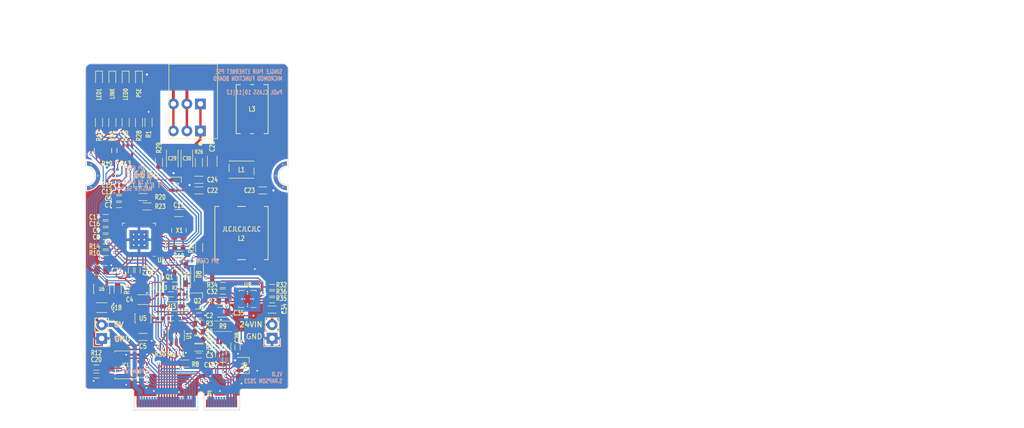
<source format=kicad_pcb>
(kicad_pcb (version 20221018) (generator pcbnew)
  (title_block (title "MicroMod SPE PSE Function Board") (date "2023-08-16") (rev "V1.0"))
  (layers (0 "F.Cu" signal) (31 "B.Cu" signal) (34 "B.Paste" user) (35 "F.Paste" user) (36 "B.SilkS" user "B.Silkscreen") (37 "F.SilkS" user "F.Silkscreen") (38 "B.Mask" user) (39 "F.Mask" user) (44 "Edge.Cuts" user))
  (net 0 "")
  (net 1 "GND")
  (net 2 "Net-(U4-CEXT_2)")
  (net 3 "Net-(U4-CEXT_3)")
  (net 4 "Net-(U4-DLDO_1P1)")
  (net 5 "Net-(U4-XTAL_I{slash}CLK_IN)")
  (net 6 "Net-(U4-XTAL_O)")
  (net 7 "+3.3V")
  (net 8 "+POWER")
  (net 9 "Net-(C22-Pad1)")
  (net 10 "/Ethernet MAC+PHY/DATA-")
  (net 11 "Net-(C23-Pad1)")
  (net 12 "Net-(C24-Pad1)")
  (net 13 "/Ethernet MAC+PHY/DATA+")
  (net 14 "Net-(C25-Pad1)")
  (net 15 "Net-(C25-Pad2)")
  (net 16 "Net-(D1-PadA)")
  (net 17 "Net-(D2-PadA)")
  (net 18 "Net-(D3-PadA)")
  (net 19 "Net-(C29-Pad1)")
  (net 20 "Net-(IC1-A0)")
  (net 21 "Net-(IC1-A1)")
  (net 22 "Net-(IC1-A2)")
  (net 23 "/MicroMod Function Board/SDA")
  (net 24 "/MicroMod Function Board/SCL")
  (net 25 "Net-(IC1-WP)")
  (net 26 "Net-(J1-Pin_2)")
  (net 27 "Net-(D5-PadA)")
  (net 28 "Net-(Q1-G)")
  (net 29 "Net-(Q1-D)")
  (net 30 "Net-(U4-TEST1)")
  (net 31 "Net-(U6-EN)")
  (net 32 "Net-(R13-Pad5)")
  (net 33 "Net-(R13-Pad6)")
  (net 34 "Net-(R13-Pad7)")
  (net 35 "Net-(R13-Pad8)")
  (net 36 "/Ethernet MAC+PHY/~{INT}")
  (net 37 "Net-(R15-Pad2)")
  (net 38 "Net-(U4-LED_0)")
  (net 39 "Net-(U4-LED_1)")
  (net 40 "Net-(U4-RXN)")
  (net 42 "Net-(U4-LINK_ST)")
  (net 44 "Net-(U4-TXP)")
  (net 45 "Net-(U4-TXN)")
  (net 46 "Net-(U4-RXP)")
  (net 47 "Net-(J1-Pin_3)")
  (net 48 "Net-(U4-SPI_CFG1)")
  (net 49 "/Ethernet MAC+PHY/CIPO")
  (net 50 "Net-(U4-TS_TIMER{slash}MS_SEL)")
  (net 51 "Net-(U4-~{SWPD_EN})")
  (net 52 "Net-(U4-~{TX2P4_EN})")
  (net 53 "Earth")
  (net 54 "/Ethernet MAC+PHY/COPI")
  (net 55 "/Ethernet MAC+PHY/~{RESET}")
  (net 63 "/Ethernet MAC+PHY/~{CS}")
  (net 67 "/Ethernet MAC+PHY/CLK")
  (net 70 "+3.3V_MCU")
  (net 82 "/MicroMod Function Board/ANALOG")
  (net 85 "Net-(U1-INB-)")
  (net 86 "Net-(U1-INA+)")
  (net 87 "+24V")
  (net 93 "Net-(L1-Pad6)")
  (net 94 "Net-(L1-Pad7)")
  (net 95 "Net-(U2-S+)")
  (net 96 "/MicroMod Function Board/24V_FAULT")
  (net 97 "Net-(D6-K)")
  (net 98 "/PoDL Supply Handling/PSE+")
  (net 99 "Net-(Q2-S)")
  (net 100 "/MicroMod Function Board/24V_ENABLE")
  (net 101 "Net-(U8-dVdT)")
  (net 102 "Net-(U8-EP)")
  (net 103 "Net-(U8-OVP)")
  (net 104 "Net-(U8-ILIM)")
  (net 105 "Net-(U8-ULVO)")
  (net 106 "/MicroMod Function Board/VID_VALID")
  (net 107 "Net-(X2-F6)")
  (net 108 "Net-(U5-EN)")
  (net 109 "/MicroMod Function Board/ENABLE_ID_SOURCE")
  (net 112 "Net-(U5-VOUT)")
  (footprint "Applidyne_Resistor:RESC1608X50N" (layer "F.Cu") (at 121.25 57.5 -90)
    (fp_text reference "R26")
    (fp_text value "100R_1608M" hide)
  )
  (footprint "Applidyne_Resistor:RESC1608X50N" (layer "F.Cu") (at 105 50 -90)
    (fp_text reference "R21")
    (fp_text value "1K00_1608M" hide)
  )
  (footprint "Applidyne_Capacitor:CAPC1005X60N" (layer "F.Cu") (at 121.25 93.75)
    (fp_text reference "C3")
    (fp_text value "1n_X7R_1005M" hide)
  )
  (footprint "Applidyne_Resistor:RESC1608X50N" (layer "F.Cu") (at 107.5 50 -90)
    (fp_text reference "R16")
    (fp_text value "1K00_1608M" hide)
  )
  (footprint "Applidyne_Resistor:R_Array_Concave_4x1608M" (layer "F.Cu") (at 103.25 55.25 90)
    (fp_text reference "R19")
    (fp_text value "4K7_QUAD_ARRAY_1608M" hide)
  )
  (footprint "Applidyne_Inductor:WE-SL2" (layer "F.Cu") (at 131.25 47.5 -90)
    (fp_text reference "L3")
    (fp_text value "COMM_MODE_1000uH_800mA_0.3R" hide)
  )
  (footprint "Applidyne_Resistor:RESC1608X50N" (layer "F.Cu") (at 121.25 87.75)
    (fp_text reference "R3")
    (fp_text value "10K0_1608M" hide)
  )
  (footprint "Applidyne_Resistor:RESC1005X40N" (layer "F.Cu") (at 111.975 61.75 -90)
    (fp_text reference "R18")
    (fp_text value "5K1_1005M" hide)
  )
  (footprint "Applidyne_Capacitor:CAPC1005X60N" (layer "F.Cu") (at 106.25 65.5 180)
    (fp_text reference "C7")
    (fp_text value "1u_X5R_1005M" hide)
  )
  (footprint "Applidyne_SOT:SOT95P280X145-5L30N" (layer "F.Cu") (at 110.75 86.75)
    (fp_text reference "U5")
    (fp_text value "S-1212-7V" hide)
  )
  (footprint "Applidyne_Capacitor:CAPC1608X90N" (layer "F.Cu") (at 135 85.12)
    (fp_text reference "C34")
    (fp_text value "1u_X7R_1608M" hide)
  )
  (footprint "Applidyne_Inductor:WE-MCRI-1040" (layer "F.Cu") (at 129.25 70.75 180)
    (fp_text reference "L2")
    (fp_text value "COUPLED_47uH_1500mA_340mOhm" hide)
  )
  (footprint "Applidyne_Resistor:RESC1608X50N" (layer "F.Cu") (at 125.75 83.5)
    (fp_text reference "R7")
    (fp_text value "100K_1608M" hide)
  )
  (footprint "Applidyne_Resistor:RESC1005X40N" (layer "F.Cu") (at 103.75 73.25)
    (fp_text reference "R14")
    (fp_text value "1K5_1005M" hide)
  )
  (footprint "Applidyne_Resistor:RESC3216X60L" (layer "F.Cu") (at 125.75 88.25 180)
    (fp_text reference "R9")
    (fp_text value "R05_3216M" hide)
  )
  (footprint "Applidyne_Resistor:RESC1005X40N" (layer "F.Cu") (at 114 86.75 180)
    (fp_text reference "R30")
    (fp_text value "10K0_1005M" hide)
  )
  (footprint "Applidyne_Resistor:RESC1608X50N" (layer "F.Cu") (at 121.25 89.25 180)
    (fp_text reference "R5")
    (fp_text value "107K_1608M" hide)
  )
  (footprint "Applidyne_Resistor:RESC1005X40N" (layer "F.Cu") (at 116 86.75 180)
    (fp_text reference "R6")
    (fp_text value "47K_1005M" hide)
  )
  (footprint "Applidyne_SOT:SOT23-8P65_280X145L45X30N" (layer "F.Cu") (at 125.75 92.25)
    (fp_text reference "U2")
    (fp_text value "INA186A3")
  )
  (footprint "Applidyne_Capacitor:CAPC1005X60N" (layer "F.Cu") (at 106.25 64.25 180)
    (fp_text reference "C6")
    (fp_text value "100n_X7R_1005M" hide)
  )
  (footprint "Applidyne_QFN:QFN50P600X600X100-40T350X350N" (layer "F.Cu") (at 110 72 180)
    (fp_text reference "U4")
    (fp_text value "ADIN1110" hide)
  )
  (footprint "Applidyne_Capacitor:CAPC1005X60N" (layer "F.Cu") (at 103.75 69 180)
    (fp_text reference "C16")
    (fp_text value "100n_X7R_1005M" hide)
  )
  (footprint "Applidyne_SOIC:SOIC127P600X330-8L2N" (layer "F.Cu") (at 107.5 95.5 90)
    (fp_text reference "IC1")
    (fp_text value "AT24C02C-SSHM" hide)
  )
  (footprint "Applidyne_Capacitor:CAPC1005X60N" (layer "F.Cu") (at 121.25 86.25)
    (fp_text reference "C2")
    (fp_text value "1n_X7R_1005M" hide)
  )
  (footprint "Applidyne_Resistor:RESC1608X50N" (layer "F.Cu") (at 111.5 65.75 180)
    (fp_text reference "R23")
    (fp_text value "10K2_1608M" hide)
  )
  (footprint "Applidyne_Capacitor:CAPC1608X90N" (layer "F.Cu") (at 121.25 60.75 180)
    (fp_text reference "C24")
    (fp_text value "220n_X7R_1608M" hide)
  )
  (footprint "Applidyne_Resistor:RESC1005X40N" (layer "F.Cu") (at 114 82.25 180)
    (fp_text reference "R31")
    (fp_text value "100K_1005M" hide)
  )
  (footprint "Applidyne_SOD:SOD3715X145N" (layer "F.Cu") (at 121.25 78.5 -90)
    (fp_text reference "D8")
    (fp_text value "16V_500mW_SOD123" hide)
  )
  (footprint "Applidyne_Capacitor:CAPC1005X60N" (layer "F.Cu") (at 128.5 92.25 -90)
    (fp_text reference "C28")
    (fp_text value "1n_X7R_1005M" hide)
  )
  (footprint "Applidyne_Capacitor:CAPC1005X60N" (layer "F.Cu") (at 106.25 61.75 180)
    (fp_text reference "C12")
    (fp_text value "100n_X7R_1005M" hide)
  )
  (footprint "Applidyne_Capacitor:CAPC1608X90N" (layer "F.Cu") (at 117.5 67)
    (fp_text reference "C11")
    (fp_text value "22p_X7R_1608M" hide)
  )
  (footprint "Applidyne_Resistor:RESC1005X40N" (layer "F.Cu") (at 125.75 80.5 180)
    (fp_text reference "R34")
    (fp_text value "13K_1005M" hide)
  )
  (footprint "Applidyne_Capacitor:CAPC1608X90N" (layer "F.Cu") (at 110.75 90.25)
    (fp_text reference "C5")
    (fp_text value "1u_X7R_1608M" hide)
  )
  (footprint "Applidyne_SOT:SOT95P280X145-5L30N" (layer "F.Cu") (at 103 81.25)
    (fp_text reference "U6")
    (fp_text value "AP2112K-3.3" hide)
  )
  (footprint "Applidyne_Resistor:RESC1005X40N" (layer "F.Cu") (at 102 96)
    (fp_text reference "R12")
    (fp_text value "100K_1005M" hide)
  )
  (footprint "Applidyne_SOD:SOD3715X145N" (layer "F.Cu") (at 118.85 78.5 90)
    (fp_text reference "D6")
    (fp_text value "6V2_500mW_SOD123" hide)
  )
  (footprint "Applidyne_Capacitor:CAPC1005X60N" (layer "F.Cu") (at 109.75 77.75 -90)
    (fp_text reference "C14")
    (fp_text value "100n_X7R_1005M" hide)
  )
  (footprint "Applidyne_Connector:CUI_TBL009-254-03" (layer "F.Cu") (at 121.54 51.58 180)
    (fp_text reference "J1" hide)
    (fp_text value "CONN_01X05_RA" hide)
  )
  (footprint "Applidyne_Capacitor:CAPC1005X60N" (layer "F.Cu") (at 106.25 63 180)
    (fp_text reference "C13")
    (fp_text value "10n_X7R_1005M" hide)
  )
  (footprint "Applidyne_Capacitor:CAPC2012X110N" (layer "F.Cu") (at 103 84.75)
    (fp_text reference "C18")
    (fp_text value "10u_X7R_2012M" hide)
  )
  (footprint "Applidyne_Resistor:RESC1608X50N" (layer "F.Cu") (at 121.25 90.75 180)
    (fp_text reference "R4")
    (fp_text value "91K_1608M" hide)
  )
  (footprint "Applidyne_Capacitor:CAPC1005X60N" (layer "F.Cu") (at 108.5 77.75 -90)
    (fp_text reference "C15")
    (fp_text value "10n_X7R_1005M" hide)
  )
  (footprint "Applidyne_SOT:SOT95P280X145-6L50N" (layer "F.Cu") (at 117 90)
    (fp_text reference "U1")
    (fp_text value "TLV6700" hide)
  )
  (footprint "Applidyne_Resistor:R_Array_Concave_4x1608M" (layer "F.Cu") (at 107.5 55.25 -90)
    (fp_text reference "R13")
    (fp_text value "4K7_QUAD_ARRAY_1608M" hide)
  )
  (footprint "Applidyne_Resistor:RESC1608X50N" (layer "F.Cu") (at 110.75 64 180)
    (fp_text reference "R20")
    (fp_text value "10K2_1608M" hide)
  )
  (footprint "Applidyne_Inductor:WE-STST" (layer "F.Cu") (at 129.26 58.85)
    (fp_text reference "L1")
    (fp_text value "WE-STST_74930000" hide)
  )
  (footprint "Applidyne_Capacitor:CAPC3216X135N" (layer "F.Cu") (at 119 56.75 90)
    (fp_text reference "C29")
    (fp_text value "1n_X7R_3216M_2kV" hide)
  )
  (footprint "Applidyne_SOT:SOT95P240X110-3L16N" (layer "F.Cu") (at 117.25 61.75 -90)
    (fp_text reference "D7")
    (fp_text value "D1213A" hide)
  )
  (footprint "Applidyne_Resistor:RESC1608X50N" (layer "F.Cu") (at 110 50 -90)
    (fp_text reference "R28")
    (fp_text value "1K00_1608M" hide)
  )
  (footprint "Applidyne_Capacitor:CAPC1005X60N" (layer "F.Cu") (at 125.75 81.75 180)
    (fp_text reference "C32")
    (fp_text value "10n_X7R_1005M" hide)
  )
  (footprint "Applidyne_Resistor:RESC1608X50N" (layer "F.Cu") (at 113.75 57.5 -90)
    (fp_text reference "R29")
    (fp_text value "1M_1608M" hide)
  )
  (footprint "Applidyne_Crystal:OSCCC320X250X60L90X100N" (layer "F.Cu") (at 117.5 70.25 -90)
    (fp_text reference "X1")
    (fp_text value "RH100-25.000-13-F-0715" hide)
  )
  (footprint "Applidyne_Resistor:RESC1005X40N" (layer "F.Cu") (at 110.75 61.75 -90)
    (fp_text reference "R25")
    (fp_text value "5K1_1005M" hide)
  )
  (footprint "Applidyne_Capacitor:CAPC1005X60N" (layer "F.Cu") (at 103.75 67.75 180)
    (fp_text reference "C17")
    (fp_text value "10n_X7R_1005M" hide)
  )
  (footprint "Applidyne_Resistor:RESC1005X40N" (layer "F.Cu") (at 118 82.25)
    (fp_text reference "R27")
    (fp_text value "10K0_1005M" hide)
  )
  (footprint "Applidyne_Capacitor:CAPC1005X60N" (layer "F.Cu") (at 118 86.75)
    (fp_text reference "C1")
    (fp_text value "100n_X7R_1005M" hide)
  )
  (footprint "Applidyne_Capacitor:CAPC1608X90N" (layer "F.Cu") (at 121.25 62.75 180)
    (fp_text reference "C22")
    (fp_text value "220n_X7R_1608M" hide)
  )
  (footprint "Applidyne_Resistor:RESC1005X40N" (layer "F.Cu") (at 135 80.87 180)
    (fp_text reference "R32")
    (fp_text value "26K1_1005M" hide)
  )
  (footprint "Applidyne_LED:LEDC1608X80L40N" (layer "F.Cu") (at 110 41.75 -90)
    (fp_text reference "D5" hide)
    (fp_text value "LED_RED_1608M" hide)
  )
  (footprint "Applidyne_Resistor:RESC1608X50N" (layer "F.Cu") (at 121.3 73.5 -90)
    (fp_text reference "R15")
    (fp_text value "4K7_1608M" hide)
  )
  (footprint "Applidyne_Resistor:RESC1608X50N" (layer "F.Cu") (at 118.6 95.25)
    (fp_text reference "R8")
    (fp_text value "0R_1608M" hide)
  )
  (footprint "Applidyne_Connector_Wurth:61300211121" (layer "F.Cu") (at 135 90.5 180)
    (fp_text reference "P1" hide)
    (fp_text value "CONN_01X02" hide)
  )
  (footprint "Applidyne_Connector:M.2-MICROMOD-FN-CARD-EDGE" (layer "F.Cu") (at 119 104)
    (fp_text reference "X2" hide)
    (fp_text value "MICROMOD_FUNCTION_BOARD_EDGE" hide)
  )
  (footprint "Applidyne_Capacitor:CAPC1608X90N" (layer "F.Cu") (at 133.225 62.75)
    (fp_text reference "C23")
    (fp_text value "100n_X7R_1608M" hide)
  )
  (footprint "Applidyne_Capacitor:CAPC2012X110N" (layer "F.Cu") (at 123.75 57.25 90)
    (fp_text reference "C25")
    (fp_text value "470n_X7R_2012M_100V" hide)
  )
  (footprint "Applidyne_SOD:SOD3715X145N" (layer "F.Cu") (at 116.25 84.5 180)
    (fp_text reference "U3")
    (fp_text value "NSI50010YT1G" hide)
  )
  (footprint "Applidyne_LED:LEDC1608X80L40N" (layer "F.Cu") (at 102.5 41.75 -90)
    (fp_text reference "D2" hide)
    (fp_text value "LED_YELLOW_1608M" hide)
  )
  (footprint "Applidyne_LED:LEDC1608X80L40N" (layer "F.Cu") (at 105 41.75 -90)
    (fp_text reference "D3" hide)
    (fp_text value "LED_BLUE_1608M" hide)
  )
  (footprint "Applidyne_Capacitor:CAPC3216X135N" (layer "F.Cu") (at 116.25 56.75 -90)
    (fp_text reference "C30")
    (fp_text value "1n_X7R_3216M_2kV" hide)
  )
  (footprint "Applidyne_Resistor:RESC1005X40N" (layer "F.Cu") (at 135 82.12 180)
    (fp_text reference "R36")
    (fp_text value "36K_1005M" hide)
  )
  (footprint "Applidyne_Resistor:RESC1608X50N" (layer "F.Cu") (at 111.8 50 90)
    (fp_text reference "R1")
    (fp_text value "10K0_1608M" hide)
  )
  (footprint "Applidyne_Capacitor:CAPC2012X110N" (layer "F.Cu") (at 110.75 83.25)
    (fp_text reference "C4")
    (fp_text value "10u_X7R_2012M" hide)
  )
  (footprint "Applidyne_Resistor:RESC1005X40N" (layer "F.Cu") (at 135 83.37 180)
    (fp_text reference "R35")
    (fp_text value "680K_1005M" hide)
  )
  (footprint "Applidyne_Resistor:RESC1005X40N" (layer "F.Cu") (at 103.75 74.5)
    (fp_text reference "R10")
    (fp_text value "1K5_1005M" hide)
  )
  (footprint "Applidyne_Capacitor:CAPC1005X60N" (layer "F.Cu") (at 103.75 71.5 180)
    (fp_text reference "C8")
    (fp_text value "100n_X7R_1005M" hide)
  )
  (footprint "Applidyne_Resistor:RESC1005X40N" (layer "F.Cu") (at 109.5 61.75 -90)
    (fp_text reference "R24")
    (fp_text value "49R9_1005M" hide)
  )
  (footprint "Applidyne_SON:SON50P300X300X90-11T240X165N_RELIEF" (layer "F.Cu") (at 130.38 83.12 180)
    (fp_text reference "U8")
    (fp_text value "TPS26625" hide)
  )
  (footprint "Applidyne_Capacitor:CAPC1005X60N" (layer "F.Cu") (at 102 97.5 180)
    (fp_text reference "C20")
    (fp_text value "100n_X7R_1005M" hide)
  )
  (footprint "Applidyne_Capacitor:CAPC1005X60N" (layer "F.Cu") (at 125.75 95.5)
    (fp_text reference "C19")
    (fp_text value "100n_X7R_1005M" hide)
  )
  (footprint "Applidyne_SOT:SOT95P240X110-3L16N" (layer "F.Cu") (at 121.25 83.5 -90)
    (fp_text reference "Q2")
    (fp_text value "DMP6350SQ" hide)
  )
  (footprint "Applidyne_SOT:SOT95P240X110-3L16N" (layer "F.Cu") (at 130 95.6 -90)
    (fp_text reference "D4")
    (fp_text value "BAV99" hide)
  )
  (footprint "Applidyne_Capacitor:CAPC2012X110N" (layer "F.Cu") (at 125.75 85.62 180)
    (fp_text reference "C35")
    (fp_text value "10u_X5R_2012M_50V" hide)
  )
  (footprint "Applidyne_Resistor:RESC1608X50N" (layer "F.Cu") (at 102.5 50 -90)
    (fp_text reference "R17")
    (fp_text value "2K40_1608M" hide)
  )
  (footprint "Applidyne_LED:LEDC1608X80L40N" (layer "F.Cu") (at 107.5 41.75 -90)
    (fp_text reference "D1" hide)
    (fp_text value "LED_GREEN_1608M" hide)
  )
  (footprint "Applidyne_Resistor:RESC1005X40N" (layer "F.Cu") (at 116 82.25)
    (fp_text reference "R33")
    (fp_text value "10R_1005M" hide)
  )
  (footprint "Applidyne_Capacitor:CAPC1005X60N" (layer "F.Cu") (at 103.75 70.25 180)
    (fp_text reference "C9")
    (fp_text value "470n_X5R_1005M" hide)
  )
  (footprint "Applidyne_Resistor:RESC1608X50N" (layer "F.Cu") (at 106 81.25 -90)
    (fp_text reference "R11")
    (fp_text value "10K0_1608M" hide)
  )
  (footprint "Applidyne_Capacitor:CAPC2012X110N" (layer "F.Cu") (at 103 77.75)
    (fp_text reference "C21")
    (fp_text value "10u_X7R_2012M" hide)
  )
  (footprint "Applidyne_Resistor:RESC1608X50N" (layer "F.Cu") (at 121.25 92.25 180)
    (fp_text reference "R2")
    (fp_text value "10K0_1608M" hide)
  )
  (footprint "Applidyne_Capacitor:CAPC1608X90N" (layer "F.Cu") (at 117.5 73.5 180)
    (fp_text reference "C10")
    (fp_text value "22p_X7R_1608M" hide)
  )
  (footprint "Applidyne_Resistor:RESC1005X40N" (layer "F.Cu") (at 113.25 61.75 -90)
    (fp_text reference "R22")
    (fp_text value "49R9_1005M" hide)
  )
  (footprint "Applidyne_Connector_Wurth:61300211121" (layer "F.Cu") (at 103 90.525 180)
    (fp_text reference "P2" hide)
    (fp_text value "CONN_01X02" hide)
  )
  (footprint "Applidyne_SOT:SOT95P240X110-3L16N" (layer "F.Cu") (at 115.75 79.25 180)
    (fp_text reference "Q1")
    (fp_text value "2N7002P" hide)
  )
  (footprint "Applidyne_Link:SJ1005-2N" (layer "B.Cu") (at 119.6 76)
    (fp_text reference "SL4" hide)
    (fp_text value "SOLDER-LINK-2-TINY" hide)
  )
  (footprint "Applidyne_Link:SJ1005-2N" (layer "B.Cu") (at 105.6 96.6 180)
    (fp_text reference "SL2" hide)
    (fp_text value "SOLDER-LINK-2-TINY" hide)
  )
  (footprint "Applidyne_Link:SJ1005-2N" (layer "B.Cu") (at 105.6 58.8)
    (fp_text reference "SL3" hide)
    (fp_text value "SOLDER-LINK-2-TINY" hide)
  )
  (footprint "Applidyne_Link:SJ1005-2N" (layer "B.Cu") (at 105.6 61.2)
    (fp_text reference "SL7" hide)
    (fp_text value "SOLDER-LINK-2-TINY" hide)
  )
  (footprint "Applidyne_Link:SJ1005-2N" (layer "B.Cu") (at 105.6 62.4)
    (fp_text reference "SL5" hide)
    (fp_text value "SOLDER-LINK-2-TINY" hide)
  )
  (footprint "Applidyne_Link:SJ1005-2N" (layer "B.Cu") (at 105.6 60)
    (fp_text reference "SL6" hide)
    (fp_text value "SOLDER-LINK-2-TINY" hide)
  )
  (gr_arc (start 100 40) (mid 100.292893 39.292893) (end 101 39) (stroke (width 0.1)) (layer "Edge.Cuts"))
  (gr_line (start 122.225 104) (end 122.225 101.1) (stroke (width 0.1)) (layer "Edge.Cuts"))
  (gr_arc (start 100.55 100) (mid 100.161091 99.838909) (end 100 99.45) (stroke (width 0.1)) (layer "Edge.Cuts"))
  (gr_line (start 129.425 100) (end 137.5 100) (stroke (width 0.1)) (layer "Edge.Cuts"))
  (gr_line (start 109.075 104) (end 109.075 100.5) (stroke (width 0.1)) (layer "Edge.Cuts"))
  (gr_arc (start 128.925 100.5) (mid 129.071447 100.146447) (end 129.425 100) (stroke (width 0.1)) (layer "Edge.Cuts"))
  (gr_line (start 101 39) (end 137 39) (stroke (width 0.1)) (layer "Edge.Cuts"))
  (gr_line (start 138 58.25) (end 138 40) (stroke (width 0.1)) (layer "Edge.Cuts"))
  (gr_line (start 138 61.75) (end 138 99.5) (stroke (width 0.1)) (layer "Edge.Cuts"))
  (gr_line (start 100 61.75) (end 100 99.45) (stroke (width 0.1)) (layer "Edge.Cuts"))
  (gr_arc (start 138 99.5) (mid 137.853553 99.853553) (end 137.5 100) (stroke (width 0.1)) (layer "Edge.Cuts"))
  (gr_line (start 128.925 104) (end 128.925 100.5) (stroke (width 0.1)) (layer "Edge.Cuts"))
  (gr_line (start 108.575 100) (end 100.55 100) (stroke (width 0.1)) (layer "Edge.Cuts"))
  (gr_arc (start 121.025 101.1) (mid 121.625 100.5) (end 122.225 101.1) (stroke (width 0.1)) (layer "Edge.Cuts"))
  (gr_arc (start 138 61.75) (mid 136.25 60) (end 138 58.25) (stroke (width 0.1)) (layer "Edge.Cuts"))
  (gr_line (start 122.225 104) (end 128.925 104) (stroke (width 0.1)) (layer "Edge.Cuts"))
  (gr_line (start 100 58.25) (end 100 40) (stroke (width 0.1)) (layer "Edge.Cuts"))
  (gr_arc (start 108.575 100) (mid 108.928553 100.146447) (end 109.075 100.5) (stroke (width 0.1)) (layer "Edge.Cuts"))
  (gr_line (start 121.025 101.1) (end 121.025 104) (stroke (width 0.1)) (layer "Edge.Cuts"))
  (gr_line (start 121.025 104) (end 109.075 104) (stroke (width 0.1)) (layer "Edge.Cuts"))
  (gr_arc (start 137 39) (mid 137.707107 39.292893) (end 138 40) (stroke (width 0.1)) (layer "Edge.Cuts"))
  (gr_arc (start 100 58.25) (mid 101.75 60) (end 100 61.75) (stroke (width 0.1)) (layer "Edge.Cuts"))
  (gr_text "GND" (at 105.25 90.5) (layer "B.SilkS") (effects (font (size 0.8 0.6) (thickness 0.14) bold) (justify right mirror)))
  (gr_text "V1.0\nS.RAPSON 2023" (at 137 99) (layer "B.SilkS") (effects (font (size 0.8 0.6) (thickness 0.14) bold) (justify left bottom mirror)))
  (gr_text "SPI CFG1\nSW PWR CTL\nTX 1V ONLY\nMASTER SEL" (at 107 60.5) (layer "B.SilkS") (effects (font (size 0.8 0.6) (thickness 0.14) bold) (justify right mirror)))
  (gr_text "EEPROM WP" (at 106.75 96.75) (layer "B.SilkS") (effects (font (size 0.8 0.6) (thickness 0.14) bold) (justify right mirror)))
  (gr_text "SINGLE PAIR ETHERNET PSE\nMICROMOD FUNCTION BOARD\n\nPoDL CLASS 10|11|12" (at 137 40) (layer "B.SilkS") (effects (font (size 0.8 0.6) (thickness 0.14) bold) (justify left top mirror)))
  (gr_text "5V" (at 105.25 88) (layer "B.SilkS") (effects (font (size 0.8 0.6) (thickness 0.14) bold) (justify right mirror)))
  (gr_text "SPI CFG0" (at 120.75 76) (layer "B.SilkS") (effects (font (size 0.8 0.6) (thickness 0.14) bold) (justify right mirror)))
  (gr_text "24VIN" (at 128.75 88.5) (layer "F.SilkS") (effects (font (size 1 1) (thickness 0.18) bold) (justify left bottom)))
  (gr_text "GND" (at 130 90.75) (layer "F.SilkS") (effects (font (size 1 1)) (justify left bottom)))
  (gr_text "LED0" (at 107.5 43.5 90) (layer "F.SilkS") (effects (font (size 0.8 0.6) (thickness 0.14) bold) (justify right)))
  (gr_text "GND" (at 105.25 91.25) (layer "F.SilkS") (effects (font (size 1 1)) (justify left bottom)))
  (gr_text "5V" (at 105.2 88.5) (layer "F.SilkS") (effects (font (size 1 1) (thickness 0.18) bold) (justify left bottom)))
  (gr_text "JLCJLCJLCJLC" (at 129.25 70) (layer "F.SilkS") (effects (font (size 0.9 0.7) (thickness 0.14) bold)))
  (gr_text "LED1" (at 102.5 43.5 90) (layer "F.SilkS") (effects (font (size 0.8 0.6) (thickness 0.14) bold) (justify right)))
  (gr_text "PSE" (at 110 43.5 90) (layer "F.SilkS") (effects (font (size 0.8 0.6) (thickness 0.14) bold) (justify right)))
  (gr_text "LINK" (at 105 43.5 90) (layer "F.SilkS") (effects (font (size 0.8 0.6) (thickness 0.14) bold) (justify right)))
  (segment (start 112.275 91) (end 111.525 90.25) (width 0.35) (layer "F.Cu") (net 1))
  (segment (start 118.75 102.725) (end 118.75 100.6) (width 0.25) (layer "F.Cu") (net 1))
  (segment (start 118.8 93.2) (end 118.4 93.2) (width 0.25) (layer "F.Cu") (net 1))
  (segment (start 108.5 78.155) (end 108.5 78.75) (width 0.25) (layer "F.Cu") (net 1))
  (segment (start 103.345 67.75) (end 102.6 67.75) (width 0.25) (layer "F.Cu") (net 1))
  (segment (start 126.725 94.93) (end 126.155 95.5) (width 0.25) (layer "F.Cu") (net 1))
  (segment (start 108.8 99.2) (end 109.75 100.15) (width 0.35) (layer "F.Cu") (net 1))
  (segment (start 105.3 65.5) (end 104.8 66) (width 0.25) (layer "F.Cu") (net 1))
  (segment (start 111.625 83.25) (end 112.555 83.25) (width 0.25) (layer "F.Cu") (net 1))
  (segment (start 121.655 93.75) (end 122.025 93.38) (width 0.25) (layer "F.Cu") (net 1))
  (segment (start 118.36 69.09) (end 118.36 67.085) (width 0.25) (layer "F.Cu") (net 1))
  (segment (start 110.345 93.595) (end 111.405 93.595) (width 0.35) (layer "F.Cu") (net 1))
  (segment (start 118.4 93.2) (end 117 91.8) (width 0.25) (layer "F.Cu") (net 1))
  (segment (start 117.5 66) (end 117.75 66) (width 0.25) (layer "F.Cu") (net 1))
  (segment (start 122.4 86.2) (end 122.4 86) (width 0.25) (layer "F.Cu") (net 1))
  (segment (start 117.5 100.6) (end 117.25 100.85) (width 0.25) (layer "F.Cu") (net 1))
  (segment (start 105.25 84) (end 105.25 85.5) (width 0.25) (layer "F.Cu") (net 1))
  (segment (start 107.605 93.595) (end 110.345 93.595) (width 0.35) (layer "F.Cu") (net 1))
  (segment (start 103 57.521987) (end 104.2 57.521987) (width 0.25) (layer "F.Cu") (net 1))
  (segment (start 101.595 97.5) (end 101.595 98.405) (width 0.25) (layer "F.Cu") (net 1))
  (segment (start 125.4 87) (end 124.875 86.475) (width 0.35) (layer "F.Cu") (net 1))
  (segment (start 103.345 71.5) (end 102.600002 71.5) (width 0.25) (layer "F.Cu") (net 1))
  (segment (start 107.5 40.99) (end 110 40.99) (width 0.25) (layer "F.Cu") (net 1))
  (segment (start 104.6 76.8) (end 103.875 77.525) (width 0.35) (layer "F.Cu") (net 1))
  (segment (start 116.25 59.25) (end 116.5 59.5) (width 0.25) (layer "F.Cu") (net 1))
  (segment (start 128 81.75) (end 128.37 82.12) (width 0.25) (layer "F.Cu") (net 1))
  (segment (start 121.25 99.75) (end 120.25 100.75) (width 0.25) (layer "F.Cu") (net 1))
  (segment (start 102.05 57.05) (end 102.521987 57.521987) (width 0.25) (layer "F.Cu") (net 1))
  (segment (start 116.64 71.41) (end 116.64 73.415) (width 0.25) (layer "F.Cu") (net 1))
  (segment (start 103.875 77.75) (end 104.125 77.5) (width 0.35) (layer "F.Cu") (net 1))
  (segment (start 117 91.8) (end 117 91.175) (width 0.25) (layer "F.Cu") (net 1))
  (segment (start 107.6 93.6) (end 107.605 93.595) (width 0.35) (layer "F.Cu") (net 1))
  (segment (start 109.75 78.155) (end 108.5 78.155) (width 0.25) (layer "F.Cu") (net 1))
  (segment (start 128.5 92.655) (end 128.5 93.3) (width 0.25) (layer "F.Cu") (net 1))
  (segment (start 128 80.75) (end 128 81.75) (width 0.25) (layer "F.Cu") (net 1))
  (segment (start 117.25 100.85) (end 117.25 102.725) (width 0.25) (layer "F.Cu") (net 1))
  (segment (start 105.845 63) (end 105.2 63) (width 0.25) (layer "F.Cu") (net 1))
  (segment (start 134 62.75) (end 135.25 62.75) (width 0.35) (layer "F.Cu") (net 1))
  (segment (start 128.25 102.725) (end 128.25 100) (width 0.25) (layer "F.Cu") (net 1))
  (segment (start 110 40.99) (end 111.489998 40.99) (width 0.25) (layer "F.Cu") (net 1))
  (segment (start 118.36 67.085) (end 118.275 67) (width 0.25) (layer "F.Cu") (net 1))
  (segment (start 103.875 84.75) (end 105.25 84.75) (width 0.35) (layer "F.Cu") (net 1))
  (segment (start 102.85 56.1) (end 102.85 57.371987) (width 0.25) (layer "F.Cu") (net 1))
  (segment (start 103.875 84.625) (end 103 83.75) (width 0.35) (layer "F.Cu") (net 1))
  (segment (start 103.875 84.75) (end 103.875 84.625) (width 0.35) (layer "F.Cu") (net 1))
  (segment (start 118.275 66.525) (end 118.275 67) (width 0.25) (layer "F.Cu") (net 1))
  (segment (start 103.875 77.525) (end 103.875 77.75) (width 0.35) (layer "F.Cu") (net 1))
  (segment (start 122.025 92.25) (end 122.25 92.25) (width 0.25) (layer "F.Cu") (net 1))
  (segment (start 128.05 94.65) (end 128 94.6) (width 0.25) (layer "F.Cu") (net 1))
  (segment (start 122.025 87.75) (end 122.025 86.62) (width 0.25) (layer "F.Cu") (net 1))
  (segment (start 103.7 57.521987) (end 104.2 57.521987) (width 0.25) (layer "F.Cu") (net 1))
  (segment (start 105.845 63) (end 105.845 61.75) (width 0.25) (layer "F.Cu") (net 1))
  (segment (start 116.64 73.415) (end 116.725 73.5) (width 0.25) (layer "F.Cu") (net 1))
  (segment (start 107.5 40.99) (end 105 40.99) (width 0.25) (layer "F.Cu") (net 1))
  (segment (start 128.975 94.65) (end 128.05 94.65) (width 0.25) (layer "F.Cu") (net 1))
  (segment (start 102.5 40.99) (end 105 40.99) (width 0.25) (layer "F.Cu") (net 1))
  (segment (start 126.075 93.505) (end 126.075 95.42) (width 0.25) (layer "F.Cu") (net 1))
  (segment (start 113.8 58.225) (end 113.75 58.275) (width 0.25) (layer "F.Cu") (net 1))
  (segment (start 122.35 86.25) (end 121.655 86.25) (width 0.25) (layer "F.Cu") (net 1))
  (segment (start 116.725 74.5) (end 116.725 73.5) (width 0.25) (layer "F.Cu") (net 1))
  (segment (start 128.25 100) (end 129.25 99) (width 0.25) (layer "F.Cu") (net 1))
  (segment (start 122.4 86.2) (end 122.35 86.25) (width 0.25) (layer "F.Cu") (net 1))
  (segment (start 118.275 61.75) (end 119.5 61.75) (width 0.35) (layer "F.Cu") (net 1))
  (segment (start 127.1 95.5) (end 128 94.6) (width 0.25) (layer "F.Cu") (net 1))
  (segment (start 102.05 56.1) (end 102.05 57.05) (width 0.25) (layer "F.Cu") (net 1))
  (segment (start 119.25 86.75) (end 118.405 86.75) (width 0.25) (layer "F.Cu") (net 1))
  (segment (start 111.489998 40.99) (end 111.489999 40.989999) (width 0.25) (layer "F.Cu") (net 1))
  (segment (start 103.345 70.25) (end 102.6 70.25) (width 0.25) (layer "F.Cu") (net 1))
  (segment (start 111.525 89.775) (end 111.525 90.25) (width 0.35) (layer "F.Cu") (net 1))
  (segment (start 103.65 57.471987) (end 103.7 57.521987) (width 0.25) (layer "F.Cu") (net 1))
  (segment (start 122.025 92.25) (end 122.025 93.38) (width 0.25) (layer "F.Cu") (net 1))
  (segment (start 105.2 63) (end 104.2 64) (width 0.25) (layer "F.Cu") (net 1))
  (segment (start 126.075 95.42) (end 126.155 95.5) (width 0.25) (layer "F.Cu") (net 1))
  (segment (start 135.775 85.12) (end 136.52 85.12) (width 0.25) (layer "F.Cu") (net 1))
  (segment (start 104.8 76.8) (end 104.6 76.8) (width 0.35) (layer "F.Cu") (net 1))
  (segment (start 111.625 82.125) (end 111.625 83.25) (width 0.25) (layer "F.Cu") (net 1))
  (segment (start 103.345 69) (end 103.345 67.75) (width 0.25) (layer "F.Cu") (net 1))
  (segment (start 105.845 64.25) (end 105.35 64.25) (width 0.25) (layer "F.Cu") (net 1))
  (segment (start 115.4 77.625) (end 114.8 78.225) (width 0.25) (layer "F.Cu") (net 1))
  (segment (start 102.521987 57.521987) (end 104.2 57.521987) (width 0.25) (layer "F.Cu") (net 1))
  (segment (start 103.65 56.1) (end 103.65 57.471987) (width 0.25) (layer "F.Cu") (net 1))
  (segment (start 116.25 58.225) (end 116.25 59.25) (width 0.25) (layer "F.Cu") (net 1))
  (segment (start 128.5 93.3) (end 128.6 93.4) (width 0.25) (layer "F.Cu") (net 1))
  (segment (start 116.25 58.225) (end 113.8 58.225) (width 0.25) (layer "F.Cu") (net 1))
  (segment (start 120.325 85.675) (end 119.25 86.75) (width 0.25) (layer "F.Cu") (net 1))
  (segment (start 131.75 74.75) (end 131.75 77.5) (width 0.35) (layer "F.Cu") (net 1))
  (segment (start 104.125 77.5) (end 105 77.5) (width 0.35) (layer "F.Cu") (net 1))
  (segment (start 122.4 86) (end 122.075 85.675) (width 0.25) (layer "F.Cu") (net 1))
  (segment (start 111.5 82) (end 111.625 82.125) (width 0.25) (layer "F.Cu") (net 1))
  (segment (start 115.4 77.6) (end 115.4 77.625) (width 0.25) (layer "F.Cu") (net 1))
  (segment (start 120.25 100.75) (end 120.25 102.725) (width 0.25) (layer "F.Cu") (net 1))
  (segment (start 109.75 100.15) (end 109.75 102.725) (width 0.35) (layer "F.Cu") (net 1))
  (segment (start 122.075 85.675) (end 120.325 85.675) (width 0.25) (layer "F.Cu") (net 1))
  (segment (start 104.2 64) (end 104.2 64.199998) (width 0.25) (layer "F.Cu") (net 1))
  (segment (start 102.85 57.371987) (end 103 57.521987) (width 0.25) (layer "F.Cu") (net 1))
  (segment (start 103 83.75) (end 103 82.5) (width 0.35) (layer "F.Cu") (net 1))
  (segment (start 110.75 89) (end 111.525 89.775) (width 0.35) (layer "F.Cu") (net 1))
  (segment (start 117.75 66) (end 118.275 66.525) (width 0.25) (layer "F.Cu") (net 1))
  (segment (start 112.555 83.25) (end 113.555 82.25) (width 0.25) (layer "F.Cu") (net 1))
  (segment (start 112.4 91) (end 112.275 91) (width 0.35) (layer "F.Cu") (net 1))
  (segment (start 105.35 64.25) (end 104.8 64.8) (width 0.25) (layer "F.Cu") (net 1))
  (segment (start 110.75 88) (end 110.75 89) (width 0.35) (layer "F.Cu") (net 1))
  (segment (start 126.725 93.505) (end 126.725 94.93) (width 0.25) (layer "F.Cu") (net 1))
  (segment (start 122.25 92.25) (end 123 93) (width 0.25) (layer "F.Cu") (net 1))
  (segment (start 111.8 49.225) (end 111.8 48) (width 0.25) (layer "F.Cu") (net 1))
  (segment (start 128.37 82.12) (end 128.98 82.12) (width 0.25) (layer "F.Cu") (net 1))
  (segment (start 105.845 65.5) (end 105.3 65.5) (width 0.25) (layer "F.Cu") (net 1))
  (segment (start 111.405 93.595) (end 111.5 93.5) (width 0.35) (layer "F.Cu") (net 1))
  (segment (start 126.155 95.5) (end 127.1 95.5) (width 0.25) (layer "F.Cu") (net 1))
  (segment (start 124.875 86.475) (end 124.875 85.62) (width 0.35) (layer "F.Cu") (net 1))
  (segment (start 101.595 98.405) (end 101.5 98.5) (width 0.25) (layer "F.Cu") (net 1))
  (segment (start 136.52 85.12) (end 137 85.6) (width 0.25) (layer "F.Cu") (net 1))
  (segment (start 122.025 86.62) (end 121.655 86.25) (width 0.25) (layer "F.Cu") (net 1))
  (segment (start 107.6 99.2) (end 108.8 99.2) (width 0.35) (layer "F.Cu") (net 1))
  (via (at 122.4 86.2) (size 0.5) (drill 0.3) (layers "F.Cu" "B.Cu") (net 1))
  (via (at 102.600002 71.5) (size 0.5) (drill 0.3) (layers "F.Cu" "B.Cu") (net 1))
  (via (at 129.25 99) (size 0.5) (drill 0.3) (layers "F.Cu" "B.Cu") (net 1))
  (via (at 118.8 93.2) (size 0.5) (drill 0.3) (layers "F.Cu" "B.Cu") (net 1))
  (via (at 111.8 48) (size 0.5) (drill 0.3) (layers "F.Cu" "B.Cu") (net 1))
  (via (at 104.8 66) (size 0.5) (drill 0.3) (layers "F.Cu" "B.Cu") (net 1))
  (via (at 105 77.5) (size 0.5) (drill 0.3) (layers "F.Cu" "B.Cu") (net 1))
  (via (at 104.2 64.199998) (size 0.5) (drill 0.3) (layers "F.Cu" "B.Cu") (net 1))
  (via (at 107.6 93.6) (size 0.5) (drill 0.3) (layers "F.Cu" "B.Cu") (net 1))
  (via (at 104.8 76.8) (size 0.5) (drill 0.3) (layers "F.Cu" "B.Cu") (net 1))
  (via (at 121.25 99.75) (size 0.5) (drill 0.3) (layers "F.Cu" "B.Cu") (net 1))
  (via (at 105.25 84) (size 0.5) (drill 0.3) (layers "F.Cu" "B.Cu") (net 1))
  (via (at 128.6 93.4) (size 0.5) (drill 0.3) (layers "F.Cu" "B.Cu") (net 1))
  (via (at 111.5 82) (size 0.5) (drill 0.3) (layers "F.Cu" "B.Cu") (net 1))
  (via (at 112.4 91) (size 0.5) (drill 0.3) (layers "F.Cu" "B.Cu") (net 1))
  (via (at 102.6 70.25) (size 0.5) (drill 0.3) (layers "F.Cu" "B.Cu") (net 1))
  (via (at 104.8 64.8) (size 0.5) (drill 0.3) (layers "F.Cu" "B.Cu") (net 1))
  (via (at 135.25 62.75) (size 0.8) (drill 0.4) (layers "F.Cu" "B.Cu") (net 1))
  (via (at 101.5 98.5) (size 0.5) (drill 0.3) (layers "F.Cu" "B.Cu") (net 1))
  (via (at 105.25 84.75) (size 0.5) (drill 0.3) (layers "F.Cu" "B.Cu") (net 1))
  (via (at 125.2 100.4) (size 0.5) (drill 0.3) (layers "F.Cu" "B.Cu") (net 1))
  (via (at 128 80.75) (size 0.5) (drill 0.3) (layers "F.Cu" "B.Cu") (net 1))
  (via (at 128 94.6) (size 0.5) (drill 0.3) (layers "F.Cu" "B.Cu") (net 1))
  (via (at 105.25 85.5) (size 0.5) (drill 0.3) (layers "F.Cu" "B.Cu") (net 1))
  (via (at 125.4 87) (size 0.5) (drill 0.3) (layers "F.Cu" "B.Cu") (net 1))
  (via (at 132.2 96.6) (size 0.5) (drill 0.3) (layers "F.Cu" "B.Cu") (net 1))
  (via (at 104.2 57.521987) (size 0.5) (drill 0.3) (layers "F.Cu" "B.Cu") (net 1))
  (via (at 115.4 77.6) (size 0.5) (drill 0.3) (layers "F.Cu" "B.Cu") (net 1))
  (via (at 107.6 99.2) (size 0.5) (drill 0.3) (layers "F.Cu" "B.Cu") (net 1))
  (via (at 123 93) (size 0.5) (drill 0.3) (layers "F.Cu" "B.Cu") (net 1))
  (via (at 117.5 66) (size 0.5) (drill 0.3) (layers "F.Cu" "B.Cu") (net 1))
  (via (at 123.4 97.6) (size 0.5) (drill 0.3) (layers "F.Cu" "B.Cu") (net 1))
  (via (at 102.6 67.75) (size 0.5) (drill 0.3) (layers "F.Cu" "B.Cu") (net 1))
  (via (at 131.75 77.5) (size 0.5) (drill 0.3) (layers "F.Cu" "B.Cu") (net 1))
  (via (at 108.5 78.75) (size 0.5) (drill 0.3) (layers "F.Cu" "B.Cu") (net 1))
  (via (at 137 85.6) (size 0.5) (drill 0.3) (layers "F.Cu" "B.Cu") (net 1))
  (via (at 117.5 100.6) (size 0.5) (drill 0.3) (layers "F.Cu" "B.Cu") (net 1))
  (via (at 116.5 59.5) (size 0.8) (drill 0.4) (layers "F.Cu" "B.Cu") (net 1))
  (via (at 111.489999 40.989999) (size 0.8) (drill 0.4) (layers "F.Cu" "B.Cu") (net 1))
  (via (at 119.5 61.75) (size 0.8) (drill 0.4) (layers "F.Cu" "B.Cu") (net 1))
  (via (at 116.725 74.5) (size 0.5) (drill 0.3) (layers "F.Cu" "B.Cu") (net 1))
  (via (at 112.8 100.4) (size 0.5) (drill 0.3) (layers "F.Cu" "B.Cu") (net 1))
  (via (at 111.4 99.8) (size 0.5) (drill 0.3) (layers "F.Cu" "B.Cu") (net 1))
  (via (at 111.5 93.5) (size 0.5) (drill 0.3) (layers "F.Cu" "B.Cu") (net 1))
  (segment (start 128 102.475) (end 128 100) (width 0.25) (layer "B.Cu") (net 1))
  (segment (start 105.25 96.6) (end 104.4 96.6) (width 0.25) (layer "B.Cu") (net 1))
  (segment (start 128 100) (end 128.4 99.6) (width 0.25) (layer "B.Cu") (net 1))
  (segment (start 104.4 96.6) (end 104.25 96.75) (width 0.25) (layer "B.Cu") (net 1))
  (segment (start 126.5 100.3) (end 127 99.8) (width 0.25) (layer "B.Cu") (net 1))
  (segment (start 126.5 102.475) (end 126.5 100.3) (width 0.25) (layer "B.Cu") (net 1))
  (segment (start 108.25 67.75) (end 108 67.5) (width 0.25) (layer "F.Cu") (net 2))
  (segment (start 108 65) (end 107.25 64.25) (width 0.25) (layer "F.Cu") (net 2))
  (segment (start 107.25 64.25) (end 106.655 64.25) (width 0.25) (layer "F.Cu") (net 2))
  (segment (start 108.25 69.0625) (end 108.25 67.75) (width 0.25) (layer "F.Cu") (net 2))
  (segment (start 108 67.5) (end 108 65) (width 0.25) (layer "F.Cu") (net 2))
  (segment (start 107.5 67.75) (end 107.75 68) (width 0.25) (layer "F.Cu") (net 3))
  (segment (start 107.75 68) (end 107.75 69.0625) (width 0.25) (layer "F.Cu") (net 3))
  (segment (start 106.655 65.5) (end 107.2025 65.5) (width 0.25) (layer "F.Cu") (net 3))
  (segment (start 107.5 65.7975) (end 107.5 67.75) (width 0.25) (layer "F.Cu") (net 3))
  (segment (start 107.2025 65.5) (end 107.5 65.7975) (width 0.25) (layer "F.Cu") (net 3))
  (segment (start 107.0625 70.75) (end 105.25 70.75) (width 0.25) (layer "F.Cu") (net 4))
  (segment (start 105.25 70.75) (end 104.75 70.25) (width 0.25) (layer "F.Cu") (net 4))
  (segment (start 107.0625 71.25) (end 105.25 71.25) (width 0.25) (layer "F.Cu") (net 4))
  (segment (start 104.155 71.5) (end 104.155 70.25) (width 0.25) (layer "F.Cu") (net 4))
  (segment (start 104.75 70.25) (end 104.155 70.25) (width 0.25) (layer "F.Cu") (net 4))
  (segment (start 105.25 71.25) (end 105 71.5) (width 0.25) (layer "F.Cu") (net 4))
  (segment (start 105 71.5) (end 104.155 71.5) (width 0.25) (layer "F.Cu") (net 4))
  (segment (start 112.9375 70.75) (end 114.25 70.75) (width 0.25) (layer "F.Cu") (net 5))
  (segment (start 114.25 70.75) (end 114.75 70.25) (width 0.25) (layer "F.Cu") (net 5))
  (segment (start 118.275 71.495) (end 118.36 71.41) (width 0.25) (layer "F.Cu") (net 5))
  (segment (start 114.75 70.25) (end 117.2 70.25) (width 0.25) (layer "F.Cu") (net 5))
  (segment (start 118.275 73.5) (end 118.275 71.495) (width 0.25) (layer "F.Cu") (net 5))
  (segment (start 117.2 70.25) (end 118.36 71.41) (width 0.25) (layer "F.Cu") (net 5))
  (segment (start 112.9375 70.25) (end 113.95 70.25) (width 0.25) (layer "F.Cu") (net 6))
  (segment (start 113.95 70.25) (end 115.11 69.09) (width 0.25) (layer "F.Cu") (net 6))
  (segment (start 116.725 69.005) (end 116.64 69.09) (width 0.25) (layer "F.Cu") (net 6))
  (segment (start 116.725 67) (end 116.725 69.005) (width 0.25) (layer "F.Cu") (net 6))
  (segment (start 115.11 69.09) (end 116.64 69.09) (width 0.25) (layer "F.Cu") (net 6))
  (segment (start 106.3 53.2) (end 106.5 53) (width 0.25) (layer "F.Cu") (net 7))
  (segment (start 107.998392 77.345) (end 107.775 77.568392) (width 0.25) (layer "F.Cu") (net 7))
  (segment (start 105.4 60.8) (end 105 60.8) (width 0.25) (layer "F.Cu") (net 7))
  (segment (start 124.775 94.86375) (end 125.345 95.43375) (width 0.25) (layer "F.Cu") (net 7))
  (segment (start 117 86.75) (end 117.595 86.75) (width 0.25) (layer "F.Cu") (net 7))
  (segment (start 108.5 67) (end 108.5 64) (width 0.25) (layer "F.Cu") (net 7))
  (segment (start 109.75 67.625) (end 109 66.875) (width 0.25) (layer "F.Cu") (net 7))
  (segment (start 123.7 94.6) (end 120.4 94.6) (width 0.25) (layer "F.Cu") (net 7))
  (segment (start 104.85 76.1) (end 102.4 76.1) (width 0.25) (layer "F.Cu") (net 7))
  (segment (start 104.8 92.6) (end 105.6 91.8) (width 0.25) (layer "F.Cu") (net 7))
  (segment (start 125.345 95.43375) (end 125.345 95.5) (width 0.25) (layer "F.Cu") (net 7))
  (segment (start 107.0625 70.25) (end 106.25 70.25) (width 0.25) (layer "F.Cu") (net 7))
  (segment (start 110.8 80.4) (end 114.4 76.8) (width 0.25) (layer "F.Cu") (net 7))
  (segment (start 107.5 63) (end 106.655 63) (width 0.25) (layer "F.Cu") (net 7))
  (segment (start 117 88.825) (end 117 86.75) (width 0.25) (layer "F.Cu") (net 7))
  (segment (start 106.5 53) (end 105.4 54.1) (width 0.25) (layer "F.Cu") (net 7))
  (segment (start 108.7 53.1) (end 108.6 53) (width 0.25) (layer "F.Cu") (net 7))
  (segment (start 104 60.8) (end 104 62.4) (width 0.25) (layer "F.Cu") (net 7))
  (segment (start 105.75 77) (end 104.85 76.1) (width 0.25) (layer "F.Cu") (net 7))
  (segment (start 106.4 60.8) (end 105.4 60.8) (width 0.25) (layer "F.Cu") (net 7))
  (segment (start 105.4 54.1) (end 105.4 59.4) (width 0.25) (layer "F.Cu") (net 7))
  (segment (start 108.5 80.4) (end 110.8 80.4) (width 0.25) (layer "F.Cu") (net 7))
  (segment (start 109 66.875) (end 109 63.5) (width 0.25) (layer "F.Cu") (net 7))
  (segment (start 118 76) (end 121.275 72.725) (width 0.25) (layer "F.Cu") (net 7))
  (segment (start 119.725 93.925) (end 117.8495 93.925) (width 0.25) (layer "F.Cu") (net 7))
  (segment (start 125.425 95.42) (end 125.345 95.5) (width 0.25) (layer "F.Cu") (net 7))
  (segment (start 109.25 67.75) (end 108.5 67) (width 0.25) (layer "F.Cu") (net 7))
  (segment (start 102.5 97.405) (end 102.405 97.5) (width 0.25) (layer "F.Cu") (net 7))
  (segment (start 106.655 61.055) (end 106.4 60.8) (width 0.25) (layer "F.Cu") (net 7))
  (segment (start 104.155 66.755) (end 104 66.6) (width 0.25) (layer "F.Cu") (net 7))
  (segment (start 101.555 96.049932) (end 101.555 96) (width 0.25) (layer "F.Cu") (net 7))
  (segment (start 109.75 77.345) (end 108.5 77.345) (width 0.25) (layer "F.Cu") (net 7))
  (segment (start 128.925 96.6) (end 128.975 96.55) (width 0.25) (layer "F.Cu") (net 7))
  (segment (start 108.5 77.345) (end 107.998392 77.345) (width 0.25) (layer "F.Cu") (net 7))
  (segment (start 102.405 96.899932) (end 101.555 96.049932) (width 0.25) (layer "F.Cu") (net 7))
  (segment (start 106.655 61.75) (end 106.655 61.055) (width 0.25) (layer "F.Cu") (net 7))
  (segment (start 103.305 74.5) (end 102 74.5) (width 0.25) (layer "F.Cu") (net 7))
  (segment (start 107.1 53.1) (end 107 53) (width 0.25) (layer "F.Cu") (net 7))
  (segment (start 114.4 76.8) (end 117.7 76.8) (width 0.25) (layer "F.Cu") (net 7))
  (segment (start 105 60.8) (end 104.6 61.2) (width 0.25) (layer "F.Cu") (net 7))
  (segment (start 107.35 79.25) (end 108.5 80.4) (width 0.25) (layer "F.Cu") (net 7))
  (segment (start 118 76.5) (end 118 76) (width 0.25) (layer "F.Cu") (net 7))
  (segment (start 107.25 61.75) (end 106.655 61.75) (width 0.25) (layer "F.Cu") (net 7))
  (segment (start 117.8495 93.925) (end 117.5245 93.6) (width 0.25) (layer "F.Cu") (net 7))
  (segment (start 106.25 79.25) (end 105.75 78.75) (width 0.25) (layer "F.Cu") (net 7))
  (segment (start 109 63.5) (end 107.25 61.75) (width 0.25) (layer "F.Cu") (net 7))
  (segment (start 109.25 69.0625) (end 109.25 67.75) (width 0.25) (layer "F.Cu") (net 7))
  (segment (start 105 69) (end 104.155 69) (width 0.25) (layer "F.Cu") (net 7))
  (segment (start 113.2755 91.8) (end 113.4755 92) (width 0.25) (layer "F.Cu") (net 7))
  (segment (start 106.3 54.4) (end 106.3 53.2) (width 0.25) (layer "F.Cu") (net 7))
  (segment (start 120.4 94.6) (end 119.725 93.925) (width 0.25) (layer "F.Cu") (net 7))
  (segment (start 105.4 59.4) (end 104 60.8) (width 0.25) (layer "F.Cu") (net 7))
  (segment (start 104.155 67.75) (end 104.155 66.755) (width 0.25) (layer "F.Cu") (net 7))
  (segment (start 107.8 53) (end 107 53) (width 0.25) (layer "F.Cu") (net 7))
  (segment (start 108.7 54.4) (end 108.7 53.1) (width 0.25) (layer "F.Cu") (net 7))
  (segment (start 106.655 63) (end 106.655 61.75) (width 0.25) (layer "F.Cu") (net 7))
  (segment (start 104.6 61.2) (end 104.6 62.4) (width 0.25) (layer "F.Cu") (net 7))
  (segment (start 128 96.6) (end 128.925 96.6) (width 0.25) (layer "F.Cu") (net 7))
  (segment (start 106.25 70.25) (end 105 69) (width 0.25) (layer "F.Cu") (net 7))
  (segment (start 101.8 92.6) (end 104.8 92.6) (width 0.25) (layer "F.Cu") (net 7))
  (segment (start 109.75 74.9375) (end 109.75 77.345) (width 0.25) (layer "F.Cu") (net 7))
  (segment (start 104.155 69) (end 104.155 67.75) (width 0.25) (layer "F.Cu") (net 7))
  (segment (start 117 88.825) (end 117 90) (width 0.25) (layer "F.Cu") (net 7))
  (segment (start 116.445 86.75) (end 117 86.75) (width 0.25) (layer "F.Cu") (net 7))
  (segment (start 107.9 54.4) (end 107.9 53.1) (width 0.25) (layer "F.Cu") (net 7))
  (segment (start 102.05 80) (end 102.05 77.825) (width 0.35) (layer "F.Cu") (net 7))
  (segment (start 106.5 53) (end 107 53) (width 0.25) (layer "F.Cu") (net 7))
  (segment (start 107.9 53.1) (end 107.8 53) (width 0.25) (layer "F.Cu") (net 7))
  (segment (start 107.1 54.4) (end 107.1 53.1) (width 0.25) (layer "F.Cu") (net 7))
  (segment (start 107.775 78.825) (end 107.35 79.25) (width 0.25) (layer "F.Cu") (net 7))
  (segment (start 117.7 76.8) (end 118 76.5) (width 0.25) (layer "F.Cu") (net 7))
  (segment (start 125.425 93.505) (end 125.425 95.42) (width 0.25) (layer "F.Cu") (net 7))
  (segment (start 121.275 72.725) (end 121.3 72.725) (width 0.25) (layer "F.Cu") (net 7))
  (segment (start 124.6 95.5) (end 125.345 95.5) (width 0.25) (layer "F.Cu") (net 7))
  (segment (start 105.6 91.8) (end 113.2755 91.8) (width 0.25) (layer "F.Cu") (net 7))
  (segment (start 102.405 97.5) (end 102.405 96.899932) (width 0.25) (layer "F.Cu") (net 7))
  (segment (start 108.6 53) (end 107.8 53) (width 0.25) (layer "F.Cu") (net 7))
  (segment (start 109.75 69.0625) (end 109.75 67.625) (width 0.25) (layer "F.Cu") (net 7))
  (segment (start 124.6 95.5) (end 123.7 94.6) (width 0.25) (layer "F.Cu") (net 7))
  (segment (start 105.75 78.75) (end 105.75 77) (width 0.25) (layer "F.Cu") (net 7))
  (segment (start 102.05 77.825) (end 102.125 77.75) (width 0.35) (layer "F.Cu") (net 7))
  (segment (start 102.4 76.1) (end 102.25 76.25) (width 0.25) (layer "F.Cu") (net 7))
  (segment (start 104.655 97.405) (end 102.5 97.405) (width 0.25) (layer "F.Cu") (net 7))
  (segment (start 124.775 93.505) (end 124.775 94.86375) (width 0.25) (layer "F.Cu") (net 7))
  (segment (start 107.775 77.568392) (end 107.775 78.825) (width 0.25) (layer "F.Cu") (net 7))
  (segment (start 107.35 79.25) (end 106.25 79.25) (width 0.25) (layer "F.Cu") (net 7))
  (segment (start 108.5 64) (end 107.5 63) (width 0.25) (layer "F.Cu") (net 7))
  (segment (start 103.305 73.25) (end 102.25 73.25) (width 0.25) (layer "F.Cu") (net 7))
  (via (at 117.5245 93.6) (size 0.5) (drill 0.3) (layers "F.Cu" "B.Cu") (net 7))
  (via (at 117 90) (size 0.5) (drill 0.3) (layers "F.Cu" "B.Cu") (net 7))
  (via (at 124.6 95.5) (size 0.5) (drill 0.3) (layers "F.Cu" "B.Cu") (net 7))
  (via (at 113.4755 92) (size 0.5) (drill 0.3) (layers "F.Cu" "B.Cu") (net 7))
  (via (at 128 96.6) (size 0.5) (drill 0.3) (layers "F.Cu" "B.Cu") (net 7))
  (segment (start 115.2 93.2) (end 116.2 94.2) (width 0.25) (layer "B.Cu") (net 7))
  (segment (start 128 97.2) (end 126.8 98.4) (width 0.25) (layer "B.Cu") (net 7))
  (segment (start 126.8 98.4) (end 125.8 98.4) (width 0.25) (layer "B.Cu") (net 7))
  (segment (start 114.4 93.2) (end 115.2 93.2) (width 0.25) (layer "B.Cu") (net 7))
  (segment (start 116.9245 94.2) (end 117.5245 93.6) (width 0.25) (layer "B.Cu") (net 7))
  (segment (start 117.5245 93.6) (end 117.6 93.5245) (width 0.25) (layer "B.Cu") (net 7))
  (segment (start 117 91.6) (end 117 90) (width 0.25) (layer "B.Cu") (net 7))
  (segment (start 128 96.6) (end 128 97.2) (width 0.25) (layer "B.Cu") (net 7))
  (segment (start 113.4755 92) (end 113.4755 92.2755) (width 0.25) (layer "B.Cu") (net 7))
  (segment (start 124.8 95.7) (end 124.6 95.5) (width 0.25) (layer "B.Cu") (net 7))
  (segment (start 113.4755 92.2755) (end 114.4 93.2) (width 0.25) (layer "B.Cu") (net 7))
  (segment (start 124.8 97.4) (end 124.8 95.7) (width 0.25) (layer "B.Cu") (net 7))
  (segment (start 117.6 93.5245) (end 117.6 92.2) (width 0.25) (layer "B.Cu") (net 7))
  (segment (start 116.2 94.2) (end 116.9245 94.2) (width 0.25) (layer "B.Cu") (net 7))
  (segment (start 117.6 92.2) (end 117 91.6) (width 0.25) (layer "B.Cu") (net 7))
  (segment (start 125.8 98.4) (end 124.8 97.4) (width 0.25) (layer "B.Cu") (net 7))
  (segment (start 106 80.475) (end 105.225 81.25) (width 0.25) (layer "F.Cu") (net 8))
  (segment (start 102.125 87.11) (end 103 87.985) (width 0.45) (layer "F.Cu") (net 8))
  (segment (start 105.225 81.25) (end 102.5 81.25) (width 0.25) (layer "F.Cu") (net 8))
  (segment (start 102.05 82.5) (end 102.05 84.675) (width 0.35) (layer "F.Cu") (net 8))
  (segment (start 102.5 81.25) (end 102.05 81.7) (width 0.25) (layer "F.Cu") (net 8))
  (segment (start 102.125 84.75) (end 102.125 87.11) (width 0.45) (layer "F.Cu") (net 8))
  (segment (start 102.05 84.675) (end 102.125 84.75) (width 0.35) (layer "F.Cu") (net 8))
  (segment (start 102.05 81.7) (end 102.05 82.5) (width 0.25) (layer "F.Cu") (net 8))
  (segment (start 110 100.75) (end 110.25 100.5) (width 0.25) (layer "B.Cu") (net 8))
  (segment (start 103 87.985) (end 105.185 87.985) (width 0.8) (layer "B.Cu") (net 8))
  (segment (start 110.5 102.475) (end 110.5 100.75) (width 0.25) (layer "B.Cu") (net 8))
  (segment (start 109.2 92) (end 109.2 99.45) (width 0.8) (layer "B.Cu") (net 8))
  (segment (start 105.185 87.985) (end 109.2 92) (width 0.8) (layer "B.Cu") (net 8))
  (segment (start 110 102.475) (end 110 100.75) (width 0.25) (layer "B.Cu") (net 8))
  (segment (start 109.2 99.45) (end 110.25 100.5) (width 0.8) (layer "B.Cu") (net 8))
  (segment (start 110.5 100.75) (end 110.25 100.5) (width 0.25) (layer "B.Cu") (net 8))
  (segment (start 123.5 62.75) (end 122.025 62.75) (width 0.35) (layer "F.Cu") (net 9))
  (segment (start 126.05 60.2) (end 123.5 62.75) (width 0.35) (layer "F.Cu") (net 9))
  (segment (start 127.27 60.2) (end 126.05 60.2) (width 0.35) (layer "F.Cu") (net 9))
  (segment (start 114.055 61.305) (end 115.45 62.7) (width 0.16) (layer "F.Cu") (net 10))
  (segment (start 120.475 62.75) (end 116.275 62.75) (width 0.35) (layer "F.Cu") (net 10))
  (segment (start 111.975 61.305) (end 113.25 61.305) (width 0.16) (layer "F.Cu") (net 10))
  (segment (start 113.25 61.305) (end 114.055 61.305) (width 0.16) (layer "F.Cu") (net 10))
  (segment (start 115.45 62.7) (end 116.225 62.7) (width 0.16) (layer "F.Cu") (net 10))
  (segment (start 116.275 62.75) (end 116.225 62.7) (width 0.35) (layer "F.Cu") (net 10))
  (segment (start 132.5 62.7) (end 132.45 62.75) (width 0.35) (layer "F.Cu") (net 11))
  (segment (start 131.25 60.2) (end 132.2 60.2) (width 0.35) (layer "F.Cu") (net 11))
  (segment (start 132.5 60.5) (end 132.5 62.7) (width 0.35) (layer "F.Cu") (net 11))
  (segment (start 132.2 60.2) (end 132.5 60.5) (width 0.35) (layer "F.Cu") (net 11))
  (segment (start 125.7 59.55) (end 124.5 60.75) (width 0.35) (layer "F.Cu") (net 12))
  (segment (start 124.5 60.75) (end 122.025 60.75) (width 0.35) (layer "F.Cu") (net 12))
  (segment (start 127.27 59.55) (end 125.7 59.55) (width 0.35) (layer "F.Cu") (net 12))
  (segment (start 120.475 60.75) (end 116.275 60.75) (width 0.35) (layer "F.Cu") (net 13))
  (segment (start 110.75 61.305) (end 111.305 60.75) (width 0.16) (layer "F.Cu") (net 13))
  (segment (start 109.5 61.305) (end 110.75 61.305) (width 0.16) (layer "F.Cu") (net 13))
  (segment (start 111.305 60.75) (end 116.175 60.75) (width 0.16) (layer "F.Cu") (net 13))
  (segment (start 116.275 60.75) (end 116.225 60.8) (width 0.35) (layer "F.Cu") (net 13))
  (segment (start 116.175 60.75) (end 116.225 60.8) (width 0.12) (layer "F.Cu") (net 13))
  (segment (start 124.125 58.5) (end 123.75 58.125) (width 0.35) (layer "F.Cu") (net 14))
  (segment (start 127.32 58.5) (end 124.125 58.5) (width 0.35) (layer "F.Cu") (net 14))
  (segment (start 127.72 57.5) (end 127.72 58.1) (width 0.35) (layer "F.Cu") (net 14))
  (segment (start 127.72 58.1) (end 127.32 58.5) (width 0.35) (layer "F.Cu") (net 14))
  (segment (start 126.87 57.5) (end 126 57.5) (width 0.35) (layer "F.Cu") (net 15))
  (segment (start 121.6 56.375) (end 121.25 56.725) (width 0.35) (layer "F.Cu") (net 15))
  (segment (start 124.875 56.375) (end 123.75 56.375) (width 0.35) (layer "F.Cu") (net 15))
  (segment (start 123.75 56.375) (end 121.6 56.375) (width 0.35) (layer "F.Cu") (net 15))
  (segment (start 126 57.5) (end 124.875 56.375) (width 0.35) (layer "F.Cu") (net 15))
  (segment (start 107.5 42.51) (end 107.5 49.225) (width 0.25) (layer "F.Cu") (net 16))
  (segment (start 102.5 42.51) (end 102.5 49.225) (width 0.25) (layer "F.Cu") (net 17))
  (segment (start 105 42.51) (end 105 49.225) (width 0.25) (layer "F.Cu") (net 18))
  (segment (start 119.05 58.275) (end 119 58.225) (width 0.35) (layer "F.Cu") (net 19))
  (segment (start 121.25 58.275) (end 119.05 58.275) (width 0.35) (layer "F.Cu") (net 19))
  (segment (start 111.5 97.8) (end 111.105 97.405) (width 0.25) (layer "F.Cu") (net 20))
  (segment (start 111.105 97.405) (end 110.345 97.405) (width 0.25) (layer "F.Cu") (net 20))
  (via (at 111.5 97.8) (size 0.5) (drill 0.3) (layers "F.Cu" "B.Cu") (net 20))
  (segment (start 112.75 98.75) (end 119 98.75) (width 0.25) (layer "B.Cu") (net 20))
  (segment (start 119.5 99.25) (end 119.5 102.475) (width 0.25) (layer "B.Cu") (net 20))
  (segment (start 119 98.75) (end 119.5 99.25) (width 0.25) (layer "B.Cu") (net 20))
  (segment (start 111.8 97.8) (end 112.75 98.75) (width 0.25) (layer "B.Cu") (net 20))
  (segment (start 111.5 97.8) (end 111.8 97.8) (width 0.25) (layer "B.Cu") (net 20))
  (segment (start 111.5 96.8) (end 111.5 96.75) (width 0.25) (layer "F.Cu") (net 21))
  (segment (start 110.885 96.135) (end 110.345 96.135) (width 0.25) (layer "F.Cu") (net 21))
  (segment (start 111.5 96.75) (end 110.885 96.135) (width 0.25) (layer "F.Cu") (net 21))
  (via (at 111.5 96.8) (size 0.5) (drill 0.3) (layers "F.Cu" "B.Cu") (net 21))
  (segment (start 120 99) (end 120 102.475) (width 0.25) (layer "B.Cu") (net 21))
  (segment (start 111.6 96.8) (end 113.05 98.25) (width 0.25) (layer "B.Cu") (net 21))
  (segment (start 111.5 96.8) (end 111.6 96.8) (width 0.25) (layer "B.Cu") (net 21))
  (segment (start 113.05 98.25) (end 119.25 98.25) (width 0.25) (layer "B.Cu") (net 21))
  (segment (start 119.25 98.25) (end 120 99) (width 0.25) (layer "B.Cu") (net 21))
  (segment (start 111.5 95.8) (end 111.5 95.25) (width 0.25) (layer "F.Cu") (net 22))
  (segment (start 111.5 95.25) (end 111.115 94.865) (width 0.25) (layer "F.Cu") (net 22))
  (segment (start 111.115 94.865) (end 110.345 94.865) (width 0.25) (layer "F.Cu") (net 22))
  (via (at 111.5 95.8) (size 0.5) (drill 0.3) (layers "F.Cu" "B.Cu") (net 22))
  (segment (start 113.575 97.775) (end 119.775 97.775) (width 0.25) (layer "B.Cu") (net 22))
  (segment (start 111.6 95.8) (end 113.575 97.775) (width 0.25) (layer "B.Cu") (net 22))
  (segment (start 111.5 95.8) (end 111.6 95.8) (width 0.25) (layer "B.Cu") (net 22))
  (segment (start 119.775 97.775) (end 120.5 98.5) (width 0.25) (layer "B.Cu") (net 22))
  (segment (start 120.5 98.5) (end 120.5 102.475) (width 0.25) (layer "B.Cu") (net 22))
  (segment (start 112.4 93.657537) (end 111.342463 92.6) (width 0.25) (layer "F.Cu") (net 23))
  (segment (start 122.6 98.4) (end 123.75 99.55) (width 0.25) (layer "F.Cu") (net 23))
  (segment (start 111.342463 92.6) (end 105.65 92.6) (width 0.25) (layer "F.Cu") (net 23))
  (segment (start 123.75 99.55) (end 123.75 102.725) (width 0.25) (layer "F.Cu") (net 23))
  (segment (start 112.4 94) (end 112.4 93.657537) (width 0.25) (layer "F.Cu") (net 23))
  (segment (start 105.65 92.6) (end 104.655 93.595) (width 0.25) (layer "F.Cu") (net 23))
  (via (at 122.6 98.4) (size 0.5) (drill 0.3) (layers "F.Cu" "B.Cu") (net 23))
  (via (at 112.4 94) (size 0.5) (drill 0.3) (layers "F.Cu" "B.Cu") (net 23))
  (segment (start 121 96.8) (end 114.2 96.8) (width 0.25) (layer "B.Cu") (net 23))
  (segment (start 112.4 95) (end 112.4 94) (width 0.25) (layer "B.Cu") (net 23))
  (segment (start 114.2 96.8) (end 112.4 95) (width 0.25) (layer "B.Cu") (net 23))
  (segment (start 122.6 98.4) (end 121 96.8) (width 0.25) (layer "B.Cu") (net 23))
  (segment (start 111.45 94.25) (end 105.59 94.25) (width 0.25) (layer "F.Cu") (net 24))
  (segment (start 104.975 94.865) (end 104.655 94.865) (width 0.25) (layer "F.Cu") (net 24))
  (segment (start 105.59 94.25) (end 104.975 94.865) (width 0.25) (layer "F.Cu") (net 24))
  (segment (start 121.73775 98.48775) (end 123.25 100) (width 0.25) (layer "F.Cu") (net 24))
  (segment (start 111.8 94.6) (end 111.45 94.25) (width 0.25) (layer "F.Cu") (net 24))
  (segment (start 121.73775 98.479506) (end 121.73775 98.48775) (width 0.25) (layer "F.Cu") (net 24))
  (segment (start 123.25 100) (end 123.25 102.725) (width 0.25) (layer "F.Cu") (net 24))
  (via (at 111.8 94.6) (size 0.5) (drill 0.3) (layers "F.Cu" "B.Cu") (net 24))
  (via (at 121.73775 98.479506) (size 0.5) (drill 0.3) (layers "F.Cu" "B.Cu") (net 24))
  (segment (start 120.6 97.2) (end 113.8 97.2) (width 0.25) (layer "B.Cu") (net 24))
  (segment (start 121.73775 98.479506) (end 121.73775 98.33775) (width 0.25) (layer "B.Cu") (net 24))
  (segment (start 121.73775 98.33775) (end 120.6 97.2) (width 0.25) (layer "B.Cu") (net 24))
  (segment (start 111.8 95.2) (end 111.8 94.6) (width 0.25) (layer "B.Cu") (net 24))
  (segment (start 113.8 97.2) (end 111.8 95.2) (width 0.25) (layer "B.Cu") (net 24))
  (segment (start 111.5 98.75) (end 109.55 98.75) (width 0.25) (layer "F.Cu") (net 25))
  (segment (start 104.655 96.135) (end 102.58 96.135) (width 0.25) (layer "F.Cu") (net 25))
  (segment (start 104.655 96.135) (end 106.935 96.135) (width 0.25) (layer "F.Cu") (net 25))
  (segment (start 109.55 98.75) (end 107 96.2) (width 0.25) (layer "F.Cu") (net 25))
  (segment (start 102.58 96.135) (end 102.445 96) (width 0.25) (layer "F.Cu") (net 25))
  (segment (start 106.935 96.135) (end 107 96.2) (width 0.25) (layer "F.Cu") (net 25))
  (via (at 111.5 98.75) (size 0.5) (drill 0.3) (layers "F.Cu" "B.Cu") (net 25))
  (via (at 107 96.2) (size 0.5) (drill 0.3) (layers "F.Cu" "B.Cu") (net 25))
  (segment (start 118.5 100.3) (end 118.5 102.475) (width 0.25) (layer "B.Cu") (net 25))
  (segment (start 112.45 99.25) (end 117.45 99.25) (width 0.25) (layer "B.Cu") (net 25))
  (segment (start 106.6 96.6) (end 107 96.2) (width 0.25) (layer "B.Cu") (net 25))
  (segment (start 111.95 98.75) (end 112.45 99.25) (width 0.25) (layer "B.Cu") (net 25))
  (segment (start 117.45 99.25) (end 118.5 100.3) (width 0.25) (layer "B.Cu") (net 25))
  (segment (start 111.5 98.75) (end 111.95 98.75) (width 0.25) (layer "B.Cu") (net 25))
  (segment (start 105.95 96.6) (end 106.6 96.6) (width 0.25) (layer "B.Cu") (net 25))
  (segment (start 119 51.58) (end 119 46.5) (width 0.45) (layer "F.Cu") (net 26))
  (segment (start 129.5 41.75) (end 120.25 41.75) (width 0.55) (layer "F.Cu") (net 26))
  (segment (start 129.98 43.75) (end 129.98 42.23) (width 0.55) (layer "F.Cu") (net 26))
  (segment (start 120.25 41.75) (end 119 43) (width 0.55) (layer "F.Cu") (net 26))
  (segment (start 119 43) (end 119 46.5) (width 0.55) (layer "F.Cu") (net 26))
  (segment (start 129.98 42.23) (end 129.5 41.75) (width 0.55) (layer "F.Cu") (net 26))
  (segment (start 110 49.225) (end 110 42.51) (width 0.25) (layer "F.Cu") (net 27))
  (segment (start 116.7 78.225) (end 116.590212 78.225) (width 0.25) (layer "F.Cu") (net 28))
  (segment (start 115 79.815212) (end 115 81.25) (width 0.25) (layer "F.Cu") (net 28))
  (segment (start 115.15 81.4) (end 115.9 81.4) (width 0.25) (layer "F.Cu") (net 28))
  (segment (start 115.9 81.4) (end 116.445 81.945) (width 0.25) (layer "F.Cu") (net 28))
  (segment (start 116.590212 78.225) (end 115 79.815212) (width 0.25) (layer "F.Cu") (net 28))
  (segment (start 116.445 81.945) (end 116.445 82.25) (width 0.25) (layer "F.Cu") (net 28))
  (segment (start 115 81.25) (end 115.15 81.4) (width 0.25) (layer "F.Cu") (net 28))
  (segment (start 118.445 82.25) (end 118.445 81.695) (width 0.25) (layer "F.Cu") (net 29))
  (segment (start 118.445 82.25) (end 119 82.25) (width 0.25) (layer "F.Cu") (net 29))
  (segment (start 116.56875 81.25) (end 115.75 80.43125) (width 0.25) (layer "F.Cu") (net 29))
  (segment (start 119 82.25) (end 119.3 82.55) (width 0.25) (layer "F.Cu") (net 29))
  (segment (start 115.75 80.43125) (end 115.75 80.275) (width 0.25) (layer "F.Cu") (net 29))
  (segment (start 119.3 82.55) (end 120.225 82.55) (width 0.25) (layer "F.Cu") (net 29))
  (segment (start 118 81.25) (end 116.56875 81.25) (width 0.25) (layer "F.Cu") (net 29))
  (segment (start 118.445 81.695) (end 118 81.25) (width 0.25) (layer "F.Cu") (net 29))
  (segment (start 106.445 72.25) (end 107.0625 72.25) (width 0.25) (layer "F.Cu") (net 30))
  (segment (start 104.195 74.5) (end 106.445 72.25) (width 0.25) (layer "F.Cu") (net 30))
  (segment (start 106 82.75) (end 106 82.025) (width 0.25) (layer "F.Cu") (net 31))
  (segment (start 103.95 82.95) (end 104.25 83.25) (width 0.25) (layer "F.Cu") (net 31))
  (segment (start 105.5 83.25) (end 106 82.75) (width 0.25) (layer "F.Cu") (net 31))
  (segment (start 103.95 82.5) (end 103.95 82.95) (width 0.25) (layer "F.Cu") (net 31))
  (segment (start 104.25 83.25) (end 105.5 83.25) (width 0.25) (layer "F.Cu") (net 31))
  (segment (start 106.3 56.1) (end 106.3 57.3) (width 0.25) (layer "F.Cu") (net 32))
  (segment (start 106.3 57.3) (end 106 57.6) (width 0.25) (layer "F.Cu") (net 32))
  (via (at 106 57.6) (size 0.5) (drill 0.3) (layers "F.Cu" "B.Cu") (net 32))
  (segment (start 106 58.75) (end 106 57.6) (width 0.25) (layer "B.Cu") (net 32))
  (segment (start 105.95 58.8) (end 106 58.75) (width 0.25) (layer "B.Cu") (net 32))
  (segment (start 107.1 56.1) (end 107.1 57.7) (width 0.25) (layer "F.Cu") (net 33))
  (segment (start 107.1 57.7) (end 106.8 58) (width 0.25) (layer "F.Cu") (net 33))
  (via (at 106.8 58) (size 0.5) (drill 0.3) (layers "F.Cu" "B.Cu") (net 33))
  (segment (start 105.95 60) (end 106.4 60) (width 0.25) (layer "B.Cu") (net 33))
  (segment (start 106.8 59.6) (end 106.8 58) (width 0.25) (layer "B.Cu") (net 33))
  (segment (start 106.4 60) (end 106.8 59.6) (width 0.25) (layer "B.Cu") (net 33))
  (segment (start 107.9 58.1) (end 107.6 58.4) (width 0.25) (layer "F.Cu") (net 34))
  (segment (start 107.9 56.1) (end 107.9 58.1) (width 0.25) (layer "F.Cu") (net 34))
  (via (at 107.6 58.4) (size 0.5) (drill 0.3) (layers "F.Cu" "B.Cu") (net 34))
  (segment (start 106.6 61.2) (end 107.6 60.2) (width 0.25) (layer "B.Cu") (net 34))
  (segment (start 107.6 60.2) (end 107.6 58.4) (width 0.25) (layer "B.Cu") (net 34))
  (segment (start 105.95 61.2) (end 106.6 61.2) (width 0.25) (layer "B.Cu") (net 34))
  (segment (start 108.7 56.1) (end 108.7 58.500004) (width 0.25) (layer "F.Cu") (net 35))
  (segment (start 108.7 58.500004) (end 108.4 58.800004) (width 0.25) (layer "F.Cu") (net 35))
  (via (at 108.4 58.800004) (size 0.5) (drill 0.3) (layers "F.Cu" "B.Cu") (net 35))
  (segment (start 108.4 60.8) (end 108.4 58.800004) (width 0.25) (layer "B.Cu") (net 35))
  (segment (start 105.95 62.4) (end 106.8 62.4) (width 0.25) (layer "B.Cu") (net 35))
  (segment (start 106.8 62.4) (end 108.4 60.8) (width 0.25) (layer "B.Cu") (net 35))
  (segment (start 116.75 94.25) (end 116.75 102.725) (width 0.25) (layer "F.Cu") (net 36))
  (segment (start 107.0625 71.75) (end 105.75 71.75) (width 0.25) (layer "F.Cu") (net 36))
  (segment (start 104.25 73.25) (end 104.195 73.25) (width 0.25) (layer "F.Cu") (net 36))
  (segment (start 104.195 73.25) (end 104.195 72.405) (width 0.25) (layer "F.Cu") (net 36))
  (segment (start 104.195 72.405) (end 104.2 72.4) (width 0.25) (layer "F.Cu") (net 36))
  (segment (start 117 94) (end 116.75 94.25) (width 0.25) (layer "F.Cu") (net 36))
  (segment (start 117 92.75) (end 117 94) (width 0.25) (layer "F.Cu") (net 36))
  (segment (start 105.75 71.75) (end 104.25 73.25) (width 0.25) (layer "F.Cu") (net 36))
  (via (at 104.2 72.4) (size 0.5) (drill 0.3) (layers "F.Cu" "B.Cu") (net 36))
  (via (at 117 92.75) (size 0.5) (drill 0.3) (layers "F.Cu" "B.Cu") (net 36))
  (segment (start 114.2 90.2) (end 114.2 78.6) (width 0.25) (layer "B.Cu") (net 36))
  (segment (start 111.4 75.8) (end 107.6 75.8) (width 0.25) (layer "B.Cu") (net 36))
  (segment (start 107.6 75.8) (end 104.2 72.4) (width 0.25) (layer "B.Cu") (net 36))
  (segment (start 114.2 78.6) (end 111.4 75.8) (width 0.25) (layer "B.Cu") (net 36))
  (segment (start 117 92.75) (end 116.75 92.75) (width 0.25) (layer "B.Cu") (net 36))
  (segment (start 116.75 92.75) (end 114.2 90.2) (width 0.25) (layer "B.Cu") (net 36))
  (segment (start 121.3 74.275) (end 121.3 75) (width 0.25) (layer "F.Cu") (net 37))
  (segment (start 121.1 75.2) (end 120.30001 75.2) (width 0.25) (layer "F.Cu") (net 37))
  (segment (start 121.3 75) (end 121.1 75.2) (width 0.25) (layer "F.Cu") (net 37))
  (via (at 120.30001 75.2) (size 0.5) (drill 0.3) (layers "F.Cu" "B.Cu") (net 37))
  (segment (start 119.95 75.55001) (end 120.30001 75.2) (width 0.2) (layer "B.Cu") (net 37))
  (segment (start 119.95 76) (end 119.95 75.55001) (width 0.2) (layer "B.Cu") (net 37))
  (segment (start 112.9375 73.25) (end 114.65 73.25) (width 0.25) (layer "F.Cu") (net 38))
  (segment (start 107.475 50.775) (end 107.5 50.775) (width 0.25) (layer "F.Cu") (net 38))
  (segment (start 106.606589 51.793412) (end 106.606589 51.643411) (width 0.25) (layer "F.Cu") (net 38))
  (segment (start 105.400001 53) (end 106.606589 51.793412) (width 0.25) (layer "F.Cu") (net 38))
  (segment (start 114.65 73.25) (end 115 73.6) (width 0.25) (layer "F.Cu") (net 38))
  (segment (start 104.2 53) (end 105.400001 53) (width 0.25) (layer "F.Cu") (net 38))
  (segment (start 103.65 54.4) (end 103.65 53.55) (width 0.25) (layer "F.Cu") (net 38))
  (segment (start 103.65 53.55) (end 104.2 53) (width 0.25) (layer "F.Cu") (net 38))
  (segment (start 106.606589 51.643411) (end 107.475 50.775) (width 0.25) (layer "F.Cu") (net 38))
  (via (at 115 73.6) (size 0.5) (drill 0.3) (layers "F.Cu" "B.Cu") (net 38))
  (via (at 106.606589 51.793412) (size 0.5) (drill 0.3) (layers "F.Cu" "B.Cu") (net 38))
  (segment (start 121.65 70.85) (end 119.25 73.25) (width 0.25) (layer "B.Cu") (net 38))
  (segment (start 106.606589 51.793412) (end 121.65 66.836823) (width 0.25) (layer "B.Cu") (net 38))
  (segment (start 121.65 66.836823) (end 121.65 70.85) (width 0.25) (layer "B.Cu") (net 38))
  (segment (start 119.25 73.25) (end 115.35 73.25) (width 0.25) (layer "B.Cu") (net 38))
  (segment (start 115.35 73.25) (end 115 73.6) (width 0.25) (layer "B.Cu") (net 38))
  (segment (start 114.05 71.75) (end 114.4 71.4) (width 0.25) (layer "F.Cu") (net 39))
  (segment (start 102.5 50.775) (end 102.5 51.899996) (width 0.25) (layer "F.Cu") (net 39))
  (segment (start 112.9375 71.75) (end 114.05 71.75) (width 0.25) (layer "F.Cu") (net 39))
  (segment (start 102.05 54.4) (end 102.05 52.349996) (width 0.25) (layer "F.Cu") (net 39))
  (segment (start 102.5 51.899996) (end 102.499998 51.899998) (width 0.25) (layer "F.Cu") (net 39))
  (segment (start 102.05 52.349996) (end 102.499998 51.899998) (width 0.25) (layer "F.Cu") (net 39))
  (segment (start 114.4 71.4) (end 115 71.4) (width 0.25) (layer "F.Cu") (net 39))
  (via (at 115 71.4) (size 0.5) (drill 0.3) (layers "F.Cu" "B.Cu") (net 39))
  (via (at 102.499998 51.899998) (size 0.5) (drill 0.3) (layers "F.Cu" "B.Cu") (net 39))
  (segment (start 102.499998 51.899998) (end 103.4 52.8) (width 0.25) (layer "B.Cu") (net 39))
  (segment (start 115.85 72.25) (end 115 71.4) (width 0.25) (layer "B.Cu") (net 39))
  (segment (start 118.977208 72.25) (end 115.85 72.25) (width 0.25) (layer "B.Cu") (net 39))
  (segment (start 120.75 70.477208) (end 118.977208 72.25) (width 0.25) (layer "B.Cu") (net 39))
  (segment (start 106 52.8) (end 120.75 67.55) (width 0.25) (layer "B.Cu") (net 39))
  (segment (start 120.75 67.55) (end 120.75 70.477208) (width 0.25) (layer "B.Cu") (net 39))
  (segment (start 103.4 52.8) (end 106 52.8) (width 0.25) (layer "B.Cu") (net 39))
  (segment (start 111.525 63.225) (end 111.975 62.775) (width 0.16) (layer "F.Cu") (net 40))
  (segment (start 111.975 62.775) (end 111.975 62.195) (width 0.16) (layer "F.Cu") (net 40))
  (segment (start 111.25 69.0625) (end 111.25 67.25) (width 0.16) (layer "F.Cu") (net 40))
  (segment (start 111.25 67.25) (end 111.5 67) (width 0.16) (layer "F.Cu") (net 40))
  (segment (start 111.5 67) (end 111.5 64.025) (width 0.16) (layer "F.Cu") (net 40))
  (segment (start 111.525 64) (end 111.525 63.225) (width 0.16) (layer "F.Cu") (net 40))
  (segment (start 111.5 64.025) (end 111.525 64) (width 0.16) (layer "F.Cu") (net 40))
  (segment (start 112.9375 72.75) (end 115 72.75) (width 0.25) (layer "F.Cu") (net 42))
  (segment (start 102.85 53.35) (end 104 52.2) (width 0.25) (layer "F.Cu") (net 42))
  (segment (start 115 72.75) (end 115.025 72.775) (width 0.25) (layer "F.Cu") (net 42))
  (segment (start 102.85 54.4) (end 102.85 53.35) (width 0.25) (layer "F.Cu") (net 42))
  (segment (start 104 52.2) (end 105 52.2) (width 0.25) (layer "F.Cu") (net 42))
  (segment (start 105 52.2) (end 105 50.775) (width 0.25) (layer "F.Cu") (net 42))
  (via (at 105 52.2) (size 0.5) (drill 0.3) (layers "F.Cu" "B.Cu") (net 42))
  (via (at 115.025 72.775) (size 0.5) (drill 0.3) (layers "F.Cu" "B.Cu") (net 42))
  (segment (start 119.088604 72.775) (end 115.025 72.775) (width 0.25) (layer "B.Cu") (net 42))
  (segment (start 106.2 52.2) (end 121.2 67.2) (width 0.25) (layer "B.Cu") (net 42))
  (segment (start 121.2 67.2) (end 121.2 70.663604) (width 0.25) (layer "B.Cu") (net 42))
  (segment (start 121.2 70.663604) (end 119.088604 72.775) (width 0.25) (layer "B.Cu") (net 42))
  (segment (start 105 52.2) (end 106.2 52.2) (width 0.25) (layer "B.Cu") (net 42))
  (segment (start 109.975 66.975) (end 109.975 64) (width 0.16) (layer "F.Cu") (net 44))
  (segment (start 110.25 67.25) (end 109.975 66.975) (width 0.16) (layer "F.Cu") (net 44))
  (segment (start 110.25 69.0625) (end 110.25 67.25) (width 0.16) (layer "F.Cu") (net 44))
  (segment (start 109.975 64) (end 109.975 63.225) (width 0.16) (layer "F.Cu") (net 44))
  (segment (start 109.5 62.75) (end 109.5 62.195) (width 0.16) (layer "F.Cu") (net 44))
  (segment (start 109.975 63.225) (end 109.5 62.75) (width 0.16) (layer "F.Cu") (net 44))
  (segment (start 111.75 69.0625) (end 111.75 67.5) (width 0.16) (layer "F.Cu") (net 45))
  (segment (start 113.25 62.75) (end 113.25 62.195) (width 0.16) (layer "F.Cu") (net 45))
  (segment (start 112.275 63.725) (end 113.25 62.75) (width 0.16) (layer "F.Cu") (net 45))
  (segment (start 112.275 66.975) (end 112.275 65.75) (width 0.16) (layer "F.Cu") (net 45))
  (segment (start 112.275 65.75) (end 112.275 63.725) (width 0.16) (layer "F.Cu") (net 45))
  (segment (start 111.75 67.5) (end 112.275 66.975) (width 0.16) (layer "F.Cu") (net 45))
  (segment (start 110.725 62.22) (end 110.75 62.195) (width 0.16) (layer "F.Cu") (net 46))
  (segment (start 110.75 65.775) (end 110.725 65.75) (width 0.16) (layer "F.Cu") (net 46))
  (segment (start 110.75 69.0625) (end 110.75 65.775) (width 0.16) (layer "F.Cu") (net 46))
  (segment (start 110.725 65.75) (end 110.725 62.22) (width 0.16) (layer "F.Cu") (net 46))
  (segment (start 132.52 42.02) (end 131.25 40.75) (width 0.55) (layer "F.Cu") (net 47))
  (segment (start 132.52 43.75) (end 132.52 42.02) (width 0.55) (layer "F.Cu") (net 47))
  (segment (start 116.46 46.5) (end 116.46 51.58) (width 0.45) (layer "F.Cu") (net 47))
  (segment (start 131.25 40.75) (end 119 40.75) (width 0.55) (layer "F.Cu") (net 47))
  (segment (start 116.46 43.29) (end 116.46 46.5) (width 0.55) (layer "F.Cu") (net 47))
  (segment (start 119 40.75) (end 116.46 43.29) (width 0.55) (layer "F.Cu") (net 47))
  (segment (start 108.75 79.7) (end 109.8 79.7) (width 0.25) (layer "F.Cu") (net 48))
  (segment (start 110.75 78.75) (end 110.75 74.9375) (width 0.25) (layer "F.Cu") (net 48))
  (segment (start 109.8 79.7) (end 110.75 78.75) (width 0.25) (layer "F.Cu") (net 48))
  (via (at 108.75 79.7) (size 0.5) (drill 0.3) (layers "F.Cu" "B.Cu") (net 48))
  (segment (start 104.068628 79.7) (end 100.8 76.431372) (width 0.2) (layer "B.Cu") (net 48))
  (segment (start 108.75 79.7) (end 104.068628 79.7) (width 0.2) (layer "B.Cu") (net 48))
  (segment (start 100.8 76.431372) (end 100.8 64.565686) (width 0.2) (layer "B.Cu") (net 48))
  (segment (start 103.8 59.6) (end 104.6 58.8) (width 0.2) (layer "B.Cu") (net 48))
  (segment (start 103.8 61.565686) (end 103.8 59.6) (width 0.2) (layer "B.Cu") (net 48))
  (segment (start 104.6 58.8) (end 105.25 58.8) (width 0.2) (layer "B.Cu") (net 48))
  (segment (start 100.8 64.565686) (end 103.8 61.565686) (width 0.2) (layer "B.Cu") (net 48))
  (segment (start 115.870878 75.684051) (end 113.936827 73.75) (width 0.25) (layer "F.Cu") (net 49))
  (segment (start 126.2 97.6) (end 126.75 98.15) (width 0.25) (layer "F.Cu") (net 49))
  (segment (start 113.936827 73.75) (end 112.9375 73.75) (width 0.25) (layer "F.Cu") (net 49))
  (segment (start 126.75 98.15) (end 126.75 102.725) (width 0.25) (layer "F.Cu") (net 49))
  (segment (start 115.870878 76.129122) (end 115.870878 75.684051) (width 0.25) (layer "F.Cu") (net 49))
  (via (at 126.2 97.6) (size 0.5) (drill 0.3) (layers "F.Cu" "B.Cu") (net 49))
  (via (at 115.870878 76.129122) (size 0.5) (drill 0.3) (layers "F.Cu" "B.Cu") (net 49))
  (segment (start 116.103211 76.129122) (end 118.4 78.425911) (width 0.25) (layer "B.Cu") (net 49))
  (segment (start 126.4 93.75) (end 126.4 97.4) (width 0.25) (layer "B.Cu") (net 49))
  (segment (start 118.15 75.4) (end 118.75 76) (width 0.2) (layer "B.Cu") (net 49))
  (segment (start 116.6 75.4) (end 118.15 75.4) (width 0.2) (layer "B.Cu") (net 49))
  (segment (start 118.4 85.75) (end 126.4 93.75) (width 0.25) (layer "B.Cu") (net 49))
  (segment (start 115.870878 76.129122) (end 116.103211 76.129122) (width 0.25) (layer "B.Cu") (net 49))
  (segment (start 118.75 76) (end 119.25 76) (width 0.2) (layer "B.Cu") (net 49))
  (segment (start 118.4 78.425911) (end 118.4 85.75) (width 0.25) (layer "B.Cu") (net 49))
  (segment (start 126.4 97.4) (end 126.2 97.6) (width 0.25) (layer "B.Cu") (net 49))
  (segment (start 115.870878 76.129122) (end 116.6 75.4) (width 0.2) (layer "B.Cu") (net 49))
  (segment (start 105.275 75.475) (end 102.800004 75.475) (width 0.25) (layer "F.Cu") (net 50))
  (segment (start 106.5 74.25) (end 105.275 75.475) (width 0.25) (layer "F.Cu") (net 50))
  (segment (start 107.0625 74.25) (end 106.5 74.25) (width 0.25) (layer "F.Cu") (net 50))
  (via (at 102.800004 75.475) (size 0.5) (drill 0.3) (layers "F.Cu" "B.Cu") (net 50))
  (segment (start 102 74.674996) (end 102.800004 75.475) (width 0.2) (layer "B.Cu") (net 50))
  (segment (start 102 65.062744) (end 102 74.674996) (width 0.2) (layer "B.Cu") (net 50))
  (segment (start 104.662744 62.4) (end 102 65.062744) (width 0.2) (layer "B.Cu") (net 50))
  (segment (start 105.25 62.4) (end 104.662744 62.4) (width 0.2) (layer "B.Cu") (net 50))
  (segment (start 108.75 75.75) (end 107.19341 77.30659) (width 0.25) (layer "F.Cu") (net 51))
  (segment (start 108.75 74.9375) (end 108.75 75.75) (width 0.25) (layer "F.Cu") (net 51))
  (segment (start 107.19341 77.30659) (end 107.19341 78.59341) (width 0.25) (layer "F.Cu") (net 51))
  (via (at 107.19341 78.59341) (size 0.5) (drill 0.3) (layers "F.Cu" "B.Cu") (net 51))
  (segment (start 104.6 60) (end 104.2 60.4) (width 0.2) (layer "B.Cu") (net 51))
  (segment (start 104.2 60.4) (end 104.2 61.731372) (width 0.2) (layer "B.Cu") (net 51))
  (segment (start 101.2 64.731372) (end 101.2 76.265686) (width 0.2) (layer "B.Cu") (net 51))
  (segment (start 104.2 61.731372) (end 101.2 64.731372) (width 0.2) (layer "B.Cu") (net 51))
  (segment (start 101.2 76.265686) (end 103.934314 79) (width 0.2) (layer "B.Cu") (net 51))
  (segment (start 103.934314 79) (end 106.78682 79) (width 0.2) (layer "B.Cu") (net 51))
  (segment (start 105.25 60) (end 104.6 60) (width 0.2) (layer "B.Cu") (net 51))
  (segment (start 106.78682 79) (end 107.19341 78.59341) (width 0.2) (layer "B.Cu") (net 51))
  (segment (start 107.75 74.9375) (end 107.75 76) (width 0.25) (layer "F.Cu") (net 52))
  (segment (start 106.5 77.25) (end 106.5 78.2) (width 0.25) (layer "F.Cu") (net 52))
  (segment (start 107.75 76) (end 106.5 77.25) (width 0.25) (layer "F.Cu") (net 52))
  (via (at 106.5 78.2) (size 0.5) (drill 0.3) (layers "F.Cu" "B.Cu") (net 52))
  (segment (start 101.6 76.1) (end 104 78.5) (width 0.2) (layer "B.Cu") (net 52))
  (segment (start 105.25 61.2) (end 105.25 61.247058) (width 0.2) (layer "B.Cu") (net 52))
  (segment (start 105.25 61.247058) (end 101.6 64.897058) (width 0.2) (layer "B.Cu") (net 52))
  (segment (start 104 78.5) (end 106.2 78.5) (width 0.2) (layer "B.Cu") (net 52))
  (segment (start 106.2 78.5) (end 106.5 78.2) (width 0.2) (layer "B.Cu") (net 52))
  (segment (start 101.6 64.897058) (end 101.6 76.1) (width 0.2) (layer "B.Cu") (net 52))
  (segment (start 121.54 51.58) (end 121.54 53.16) (width 0.45) (layer "F.Cu") (net 53))
  (segment (start 121.54 51.58) (end 121.54 46.5) (width 0.45) (layer "F.Cu") (net 53))
  (segment (start 121.54 53.16) (end 119.425 55.275) (width 0.45) (layer "F.Cu") (net 53))
  (segment (start 113.75 55.75) (end 114.225 55.275) (width 0.35) (layer "F.Cu") (net 53))
  (segment (start 119 55.275) (end 116.25 55.275) (width 0.45) (layer "F.Cu") (net 53))
  (segment (start 119.425 55.275) (end 119 55.275) (width 0.45) (layer "F.Cu") (net 53))
  (segment (start 113.75 56.725) (end 113.75 55.75) (width 0.35) (layer "F.Cu") (net 53))
  (segment (start 114.225 55.275) (end 116.25 55.275) (width 0.35) (layer "F.Cu") (net 53))
  (segment (start 126.2 96.8) (end 127.25 97.85) (width 0.25) (layer "F.Cu") (net 54))
  (segment (start 127.25 97.85) (end 127.25 102.725) (width 0.25) (layer "F.Cu") (net 54))
  (segment (start 125.8 96.8) (end 126.2 96.8) (width 0.25) (layer "F.Cu") (net 54))
  (segment (start 115 75.6) (end 113.65 74.25) (width 0.25) (layer "F.Cu") (net 54))
  (segment (start 113.65 74.25) (end 112.9375 74.25) (width 0.25) (layer "F.Cu") (net 54))
  (segment (start 115 76.2) (end 115 75.6) (width 0.25) (layer "F.Cu") (net 54))
  (via (at 115 76.2) (size 0.5) (drill 0.3) (layers "F.Cu" "B.Cu") (net 54))
  (via (at 125.8 96.8) (size 0.5) (drill 0.3) (layers "F.Cu" "B.Cu") (net 54))
  (segment (start 115 76.2) (end 115.2 76.2) (width 0.25) (layer "B.Cu") (net 54))
  (segment (start 117.8 78.8) (end 117.8 86) (width 0.25) (layer "B.Cu") (net 54))
  (segment (start 115.2 76.2) (end 117.8 78.8) (width 0.25) (layer "B.Cu") (net 54))
  (segment (start 117.8 86) (end 125.8 94) (width 0.25) (layer "B.Cu") (net 54))
  (segment (start 125.8 94) (end 125.8 96.8) (width 0.25) (layer "B.Cu") (net 54))
  (segment (start 119 83.25) (end 117.296756 83.25) (width 0.25) (layer "F.Cu") (net 55))
  (segment (start 114 93) (end 114 91.2) (width 0.25) (layer "F.Cu") (net 55))
  (segment (start 114.25 93.25) (end 114 93) (width 0.25) (layer "F.Cu") (net 55))
  (segment (start 117.296756 83.25) (end 115.573378 84.973378) (width 0.25) (layer "F.Cu") (net 55))
  (segment (start 115.6 74.776777) (end 115.6 72.4) (width 0.25) (layer "F.Cu") (net 55))
  (segment (start 116.839896 76.016673) (end 115.6 74.776777) (width 0.25) (layer "F.Cu") (net 55))
  (segment (start 112.9375 72.25) (end 115.45 72.25) (width 0.2) (layer "F.Cu") (net 55))
  (segment (start 116.839896 76.12405) (end 116.839896 76.016673) (width 0.25) (layer "F.Cu") (net 55))
  (segment (start 115.45 72.25) (end 115.6 72.4) (width 0.2) (layer "F.Cu") (net 55))
  (segment (start 114.25 102.725) (end 114.25 93.25) (width 0.25) (layer "F.Cu") (net 55))
  (segment (start 114 91.2) (end 114.7255 90.4745) (width 0.25) (layer "F.Cu") (net 55))
  (segment (start 114.7255 90.4745) (end 114.7255 89) (width 0.25) (layer "F.Cu") (net 55))
  (via (at 119 83.25) (size 0.5) (drill 0.3) (layers "F.Cu" "B.Cu") (net 55))
  (via (at 114.7255 89) (size 0.5) (drill 0.3) (layers "F.Cu" "B.Cu") (net 55))
  (via (at 115.573378 84.973378) (size 0.5) (drill 0.3) (layers "F.Cu" "B.Cu") (net 55))
  (via (at 116.839896 76.12405) (size 0.5) (drill 0.3) (layers "F.Cu" "B.Cu") (net 55))
  (segment (start 119 78.284154) (end 119 83.25) (width 0.25) (layer "B.Cu") (net 55))
  (segment (start 115.573378 84.973378) (end 115.5 85.046756) (width 0.25) (layer "B.Cu") (net 55))
  (segment (start 115.5 88.2255) (end 114.7255 89) (width 0.25) (layer "B.Cu") (net 55))
  (segment (start 116.839896 76.12405) (end 119 78.284154) (width 0.25) (layer "B.Cu") (net 55))
  (segment (start 115.5 85.046756) (end 115.5 88.2255) (width 0.25) (layer "B.Cu") (net 55))
  (segment (start 107.0625 73.75) (end 106.063174 73.75) (width 0.25) (layer "F.Cu") (net 63))
  (segment (start 116.25 93.7255) (end 116.25 102.725) (width 0.25) (layer "F.Cu") (net 63))
  (segment (start 106.063174 73.75) (end 105.406587 74.406587) (width 0.25) (layer "F.Cu") (net 63))
  (segment (start 116.4755 93.5) (end 116.25 93.7255) (width 0.25) (layer "F.Cu") (net 63))
  (via (at 105.406587 74.406587) (size 0.5) (drill 0.3) (layers "F.Cu" "B.Cu") (net 63))
  (via (at 116.4755 93.5) (size 0.5) (drill 0.3) (layers "F.Cu" "B.Cu") (net 63))
  (segment (start 116.4755 93.5) (end 116.4755 93.2255) (width 0.25) (layer "B.Cu") (net 63))
  (segment (start 113.6 78.8) (end 111.2 76.4) (width 0.25) (layer "B.Cu") (net 63))
  (segment (start 113.6 90.35) (end 113.6 78.8) (width 0.25) (layer "B.Cu") (net 63))
  (segment (start 107.4 76.4) (end 105.406587 74.406587) (width 0.25) (layer "B.Cu") (net 63))
  (segment (start 116.4755 93.2255) (end 113.6 90.35) (width 0.25) (layer "B.Cu") (net 63))
  (segment (start 111.2 76.4) (end 107.4 76.4) (width 0.25) (layer "B.Cu") (net 63))
  (segment (start 119 85.25) (end 118.75 85.5) (width 0.25) (layer "F.Cu") (net 67))
  (segment (start 127.75 97.55) (end 127.75 102.725) (width 0.25) (layer "F.Cu") (net 67))
  (segment (start 111.25 77.45) (end 111.25 74.9375) (width 0.25) (layer "F.Cu") (net 67))
  (segment (start 112 78.2) (end 111.25 77.45) (width 0.25) (layer "F.Cu") (net 67))
  (segment (start 118.75 85.5) (end 113 85.5) (width 0.25) (layer "F.Cu") (net 67))
  (segment (start 127 96.8) (end 127.75 97.55) (width 0.25) (layer "F.Cu") (net 67))
  (via (at 127 96.8) (size 0.5) (drill 0.3) (layers "F.Cu" "B.Cu") (net 67))
  (via (at 113 85.5) (size 0.5) (drill 0.3) (layers "F.Cu" "B.Cu") (net 67))
  (via (at 119 85.25) (size 0.5) (drill 0.3) (layers "F.Cu" "B.Cu") (net 67))
  (via (at 112 78.2) (size 0.5) (drill 0.3) (layers "F.Cu" "B.Cu") (net 67))
  (segment (start 127 96.8) (end 127 93.4) (width 0.25) (layer "B.Cu") (net 67))
  (segment (start 113 79.2) (end 113 85.5) (width 0.25) (layer "B.Cu") (net 67))
  (segment (start 127 93.4) (end 119 85.4) (width 0.25) (layer "B.Cu") (net 67))
  (segment (start 112 78.2) (end 113 79.2) (width 0.25) (layer "B.Cu") (net 67))
  (segment (start 119 85.4) (end 119 85.25) (width 0.25) (layer "B.Cu") (net 67))
  (segment (start 128.5 90.3) (end 128.5 91.845) (width 0.25) (layer "F.Cu") (net 82))
  (segment (start 129.245 91.845) (end 128.5 91.845) (width 0.25) (layer "F.Cu") (net 82))
  (segment (start 121.807537 96.2) (end 127.2 96.2) (width 0.25) (layer "F.Cu") (net 82))
  (segment (start 127.2 96.2) (end 127.8 95.6) (width 0.25) (layer "F.Cu") (net 82))
  (segment (start 118.6 99.4) (end 118.607537 99.4) (width 0.25) (layer "F.Cu") (net 82))
  (segment (start 130 95.009788) (end 130 92.6) (width 0.25) (layer "F.Cu") (net 82))
  (segment (start 126.725 90.995) (end 126.725 90.025) (width 0.25) (layer "F.Cu") (net 82))
  (segment (start 126.725 90.025) (end 127 89.75) (width 0.25) (layer "F.Cu") (net 82))
  (segment (start 118.607537 99.4) (end 121.807537 96.2) (width 0.25) (layer "F.Cu") (net 82))
  (segment (start 127 89.75) (end 127.95 89.75) (width 0.25) (layer "F.Cu") (net 82))
  (segment (start 127.8 95.6) (end 129.409788 95.6) (width 0.25) (layer "F.Cu") (net 82))
  (segment (start 129.409788 95.6) (end 130 95.009788) (width 0.25) (layer "F.Cu") (net 82))
  (segment (start 130 92.6) (end 129.245 91.845) (width 0.25) (layer "F.Cu") (net 82))
  (segment (start 127.95 89.75) (end 128.5 90.3) (width 0.25) (layer "F.Cu") (net 82))
  (via (at 118.6 99.4) (size 0.5) (drill 0.3) (layers "F.Cu" "B.Cu") (net 82))
  (segment (start 119 99.8) (end 119 102.475) (width 0.25) (layer "B.Cu") (net 82))
  (segment (start 118.6 99.4) (end 119 99.8) (width 0.25) (layer "B.Cu") (net 82))
  (segment (start 120.475 86.62) (end 120.845 86.25) (width 0.25) (layer "F.Cu") (net 85))
  (segment (start 117.95 87.95) (end 118.3 87.6) (width 0.25) (layer "F.Cu") (net 85))
  (segment (start 120.325 87.6) (end 120.475 87.75) (width 0.25) (layer "F.Cu") (net 85))
  (segment (start 120.475 87.75) (end 120.475 86.62) (width 0.25) (layer "F.Cu") (net 85))
  (segment (start 120.475 89.25) (end 120.475 87.75) (width 0.25) (layer "F.Cu") (net 85))
  (segment (start 117.95 88.825) (end 117.95 87.95) (width 0.25) (layer "F.Cu") (net 85))
  (segment (start 118.3 87.6) (end 120.325 87.6) (width 0.25) (layer "F.Cu") (net 85))
  (segment (start 118.3 92.4) (end 120.325 92.4) (width 0.25) (layer "F.Cu") (net 86))
  (segment (start 117.95 92.05) (end 118.3 92.4) (width 0.25) (layer "F.Cu") (net 86))
  (segment (start 120.475 93.38) (end 120.845 93.75) (width 0.25) (layer "F.Cu") (net 86))
  (segment (start 120.475 92.25) (end 120.475 93.38) (width 0.25) (layer "F.Cu") (net 86))
  (segment (start 117.95 91.175) (end 117.95 92.05) (width 0.25) (layer "F.Cu") (net 86))
  (segment (start 120.325 92.4) (end 120.475 92.25) (width 0.25) (layer "F.Cu") (net 86))
  (segment (start 120.475 90.75) (end 120.475 92.25) (width 0.25) (layer "F.Cu") (net 86))
  (segment (start 114.25 87.5) (end 114.445 87.305) (width 0.25) (layer "F.Cu") (net 87))
  (segment (start 134.225 84.775) (end 134.225 85.12) (width 0.25) (layer "F.Cu") (net 87))
  (segment (start 122 84.75) (end 121.5 85.25) (width 0.25) (layer "F.Cu") (net 87))
  (segment (start 110.25 86.75) (end 112 86.75) (width 0.25) (layer "F.Cu") (net 87))
  (segment (start 112 86.75) (end 112.75 87.5) (width 0.25) (layer "F.Cu") (net 87))
  (segment (start 109.8 88) (end 109.8 90.075) (width 0.35) (layer "F.Cu") (net 87))
  (segment (start 112.75 87.5) (end 114.25 87.5) (width 0.25) (layer "F.Cu") (net 87))
  (segment (start 109.8 88) (end 109.8 87.2) (width 0.25) (layer "F.Cu") (net 87))
  (segment (start 109.8 87.2) (end 110.25 86.75) (width 0.25) (layer "F.Cu") (net 87))
  (segment (start 135.445 83.555) (end 134.225 84.775) (width 0.25) (layer "F.Cu") (net 87))
  (segment (start 132.62 84.12) (end 133.62 85.12) (width 0.25) (layer "F.Cu") (net 87))
  (segment (start 134.225 85.975) (end 134.225 85.12) (width 0.25) (layer "F.Cu") (net 87))
  (segment (start 121.5 85.25) (end 119.95 85.25) (width 0.25) (layer "F.Cu") (net 87))
  (segment (start 119.95 85.25) (end 119.2 86) (width 0.25) (layer "F.Cu") (net 87))
  (segment (start 109.8 90.075) (end 109.975 90.25) (width 0.35) (layer "F.Cu") (net 87))
  (segment (start 115.195 86) (end 114.445 86.75) (width 0.25) (layer "F.Cu") (net 87))
  (segment (start 114.445 87.305) (end 114.445 86.75) (width 0.25) (layer "F.Cu") (net 87))
  (segment (start 131.78 84.12) (end 132.62 84.12) (width 0.25) (layer "F.Cu") (net 87))
  (segment (start 135.445 83.37) (end 135.445 83.555) (width 0.25) (layer "F.Cu") (net 87))
  (segment (start 133.62 85.12) (end 134.225 85.12) (width 0.25) (layer "F.Cu") (net 87))
  (segment (start 135 86.75) (end 134.225 85.975) (width 0.25) (layer "F.Cu") (net 87))
  (segment (start 135 87.96) (end 135 86.75) (width 0.25) (layer "F.Cu") (net 87))
  (segment (start 119.2 86) (end 115.195 86) (width 0.25) (layer "F.Cu") (net 87))
  (via (at 122 84.75) (size 0.5) (drill 0.3) (layers "F.Cu" "B.Cu") (net 87))
  (via (at 131.5 86.25) (size 0.5) (drill 0.3) (layers "F.Cu" "B.Cu") (net 87))
  (segment (start 123.2 83.6) (end 122.05 84.75) (width 0.25) (layer "B.Cu") (net 87))
  (segment (start 127 85.6) (end 127 84) (width 0.25) (layer "B.Cu") (net 87))
  (segment (start 122.05 84.75) (end 122 84.75) (width 0.25) (layer "B.Cu") (net 87))
  (segment (start 127 84) (end 126.6 83.6) (width 0.25) (layer "B.Cu") (net 87))
  (segment (start 131.5 86.25) (end 127.65 86.25) (width 0.25) (layer "B.Cu") (net 87))
  (segment (start 127.65 86.25) (end 127 85.6) (width 0.25) (layer "B.Cu") (net 87))
  (segment (start 126.6 83.6) (end 123.2 83.6) (width 0.25) (layer "B.Cu") (net 87))
  (segment (start 131.25 58.15) (end 130.35 58.15) (width 0.35) (layer "F.Cu") (net 93))
  (segment (start 132.85 58.15) (end 134 57) (width 0.45) (layer "F.Cu") (net 93))
  (segment (start 130 58.5) (end 130 62.03125) (width 0.45) (layer "F.Cu") (net 93))
  (segment (start 132.52 53.895) (end 132.52 51.25) (width 0.45) (layer "F.Cu") (net 93))
  (segment (start 131.25 63.28125) (end 131.25 66.25) (width 0.45) (layer "F.Cu") (net 93))
  (segment (start 134 57) (end 134 55.375) (width 0.45) (layer "F.Cu") (net 93))
  (segment (start 132.6 58.15) (end 132.85 58.15) (width 0.45) (layer "F.Cu") (net 93))
  (segment (start 130 62.03125) (end 131.25 63.28125) (width 0.45) (layer "F.Cu") (net 93))
  (segment (start 131.25 58.15) (end 132.6 58.15) (width 0.35) (layer "F.Cu") (net 93))
  (segment (start 134 55.375) (end 132.52 53.895) (width 0.45) (layer "F.Cu") (net 93))
  (segment (start 131.25 66.25) (end 131.75 66.75) (width 0.35) (layer "F.Cu") (net 93))
  (segment (start 130.35 58.15) (end 130 58.5) (width 0.4) (layer "F.Cu") (net 93))
  (segment (start 129 62.25) (end 126.75 64.5) (width 0.45) (layer "F.Cu") (net 94))
  (segment (start 129 58.25) (end 129 62.25) (width 0.45) (layer "F.Cu") (net 94))
  (segment (start 126.75 64.5) (end 126.75 66.75) (width 0.45) (layer "F.Cu") (net 94))
  (segment (start 131.25 57.5) (end 130 57.5) (width 0.35) (layer "F.Cu") (net 94))
  (segment (start 131.25 57.5) (end 132.25 57.5) (width 0.35) (layer "F.Cu") (net 94))
  (segment (start 133 56.75) (end 133 55.75) (width 0.45) (layer "F.Cu") (net 94))
  (segment (start 132.25 57.5) (end 133 56.75) (width 0.45) (layer "F.Cu") (net 94))
  (segment (start 133 55.75) (end 129.98 52.73) (width 0.45) (layer "F.Cu") (net 94))
  (segment (start 129.98 52.73) (end 129.98 51.25) (width 0.45) (layer "F.Cu") (net 94))
  (segment (start 130 57.5) (end 129.75 57.5) (width 0.45) (layer "F.Cu") (net 94))
  (segment (start 129.75 57.5) (end 129 58.25) (width 0.45) (layer "F.Cu") (net 94))
  (segment (start 128.28 84.12) (end 128 84.4) (width 0.25) (layer "F.Cu") (net 95))
  (segment (start 127.58 85.62) (end 126.625 85.62) (width 0.25) (layer "F.Cu") (net 95))
  (segment (start 126.35 88.25) (end 127.155 88.25) (width 0.25) (layer "F.Cu") (net 95))
  (segment (start 126.62 85.62) (end 126.625 85.62) (width 0.25) (layer "F.Cu") (net 95))
  (segment (start 128 84.4) (end 128 85.2) (width 0.25) (layer "F.Cu") (net 95))
  (segment (start 124.975 83.5) (end 124.975 83.975) (width 0.25) (layer "F.Cu") (net 95))
  (segment (start 125.425 90.995) (end 125.425 89.975) (width 0.25) (layer "F.Cu") (net 95))
  (segment (start 125.425 89.975) (end 126 89.4) (width 0.25) (layer "F.Cu") (net 95))
  (segment (start 126 89.4) (end 126 88.6) (width 0.25) (layer "F.Cu") (net 95))
  (segment (start 126 88.6) (end 126.35 88.25) (width 0.25) (layer "F.Cu") (net 95))
  (segment (start 128.98 84.12) (end 128.28 84.12) (width 0.25) (layer "F.Cu") (net 95))
  (segment (start 124.975 83.975) (end 126.62 85.62) (width 0.25) (layer "F.Cu") (net 95))
  (segment (start 128 85.2) (end 127.58 85.62) (width 0.25) (layer "F.Cu") (net 95))
  (segment (start 130.451144 95.6) (end 131.025 95.6) (width 0.25) (layer "F.Cu") (net 96))
  (segment (start 129.2 91) (end 130.6 92.4) (width 0.25) (layer "F.Cu") (net 96))
  (segment (start 123.8 95.6) (end 123.45 95.25) (width 0.25) (layer "F.Cu") (net 96))
  (segment (start 126.645 83.62) (end 126.525 83.5) (width 0.25) (layer "F.Cu") (net 96))
  (segment (start 128.98 83.62) (end 126.645 83.62) (width 0.25) (layer "F.Cu") (net 96))
  (segment (start 130.6 92.4) (end 130.6 95.175) (width 0.25) (layer "F.Cu") (net 96))
  (segment (start 123.45 95.25) (end 119.375 95.25) (width 0.25) (layer "F.Cu") (net 96))
  (segment (start 126.4005 83.6245) (end 126.525 83.5) (width 0.25) (layer "F.Cu") (net 96))
  (segment (start 130.6 95.175) (end 131.025 95.6) (width 0.25) (layer "F.Cu") (net 96))
  (segment (start 130.025572 96.025572) (end 130.451144 95.6) (width 0.25) (layer "F.Cu") (net 96))
  (segment (start 126.4005 84.356927) (end 126.4005 83.6245) (width 0.25) (layer "F.Cu") (net 96))
  (via (at 129.2 91) (size 0.5) (drill 0.3) (layers "F.Cu" "B.Cu") (net 96))
  (via (at 130.025572 96.025572) (size 0.5) (drill 0.3) (layers "F.Cu" "B.Cu") (net 96))
  (via (at 126.4005 84.356927) (size 0.5) (drill 0.3) (layers "F.Cu" "B.Cu") (net 96))
  (via (at 123.8 95.6) (size 0.5) (drill 0.3) (layers "F.Cu" "B.Cu") (net 96))
  (segment (start 129.2 91) (end 129.2 88.4) (width 0.25) (layer "B.Cu") (net 96))
  (segment (start 125.6 98.8) (end 124.4 97.6) (width 0.25) (layer "B.Cu") (net 96))
  (segment (start 129.774428 96.025572) (end 127 98.8) (width 0.25) (layer "B.Cu") (net 96))
  (segment (start 127 98.8) (end 125.6 98.8) (width 0.25) (layer "B.Cu") (net 96))
  (segment (start 130.025572 96.025572) (end 129.774428 96.025572) (width 0.25) (layer "B.Cu") (net 96))
  (segment (start 129.2 88.4) (end 126.4005 85.6005) (width 0.25) (layer "B.Cu") (net 96))
  (segment (start 126.4005 85.6005) (end 126.4005 84.356927) (width 0.25) (layer "B.Cu") (net 96))
  (segment (start 124.4 96.2) (end 123.8 95.6) (width 0.25) (layer "B.Cu") (net 96))
  (segment (start 124.4 97.6) (end 124.4 96.2) (width 0.25) (layer "B.Cu") (net 96))
  (segment (start 121.4 82.625) (end 121.4 80.38) (width 0.25) (layer "F.Cu") (net 97))
  (segment (start 121.4 80.38) (end 121.25 80.23) (width 0.25) (layer "F.Cu") (net 97))
  (segment (start 118.85 80.23) (end 121.25 80.23) (width 0.25) (layer "F.Cu") (net 97))
  (segment (start 122.275 83.5) (end 121.4 82.625) (width 0.25) (layer "F.Cu") (net 97))
  (segment (start 123.75 77.75) (end 126.75 74.75) (width 0.8) (layer "F.Cu") (net 98))
  (segment (start 123.025 88.25) (end 122.025 89.25) (width 0.25) (layer "F.Cu") (net 98))
  (segment (start 124.775 89.875) (end 125.4 89.25) (width 0.25) (layer "F.Cu") (net 98))
  (segment (start 125.4 89.25) (end 125.4 88.6) (width 0.25) (layer "F.Cu") (net 98))
  (segment (start 123.65 88.25) (end 123.025 88.25) (width 0.25) (layer "F.Cu") (net 98))
  (segment (start 122.025 90.75) (end 122.025 89.25) (width 0.25) (layer "F.Cu") (net 98))
  (segment (start 125.05 88.25) (end 124.345 88.25) (width 0.25) (layer "F.Cu") (net 98))
  (segment (start 121.25 76.77) (end 122.77 76.77) (width 0.25) (layer "F.Cu") (net 98))
  (segment (start 125.4 88.6) (end 125.05 88.25) (width 0.25) (layer "F.Cu") (net 98))
  (segment (start 123.4 84.5025) (end 123.75 84.1525) (width 0.8) (layer "F.Cu") (net 98))
  (segment (start 122.77 76.77) (end 123.75 77.75) (width 0.25) (layer "F.Cu") (net 98))
  (segment (start 123.4 88) (end 123.4 84.5025) (width 0.8) (layer "F.Cu") (net 98))
  (segment (start 123.65 88.25) (end 123.4 88) (width 0.8) (layer "F.Cu") (net 98))
  (segment (start 124.775 90.995) (end 124.775 89.875) (width 0.25) (layer "F.Cu") (net 98))
  (segment (start 123.65 88.25) (end 124.345 88.25) (width 0.8) (layer "F.Cu") (net 98))
  (segment (start 123.75 84.1525) (end 123.75 77.75) (width 0.8) (layer "F.Cu") (net 98))
  (segment (start 117.98 84.5) (end 120.175 84.5) (width 0.25) (layer "F.Cu") (net 99))
  (segment (start 120.175 84.5) (end 120.225 84.45) (width 0.25) (layer "F.Cu") (net 99))
  (segment (start 118.8 78.6) (end 121.6 78.6) (width 0.2) (layer "F.Cu") (net 100))
  (segment (start 116.4 77.2) (end 117.4 77.2) (width 0.2) (layer "F.Cu") (net 100))
  (segment (start 109.275 50.775) (end 110 50.775) (width 0.2) (layer "F.Cu") (net 100))
  (segment (start 132.88 82.62) (end 133.25 82.25) (width 0.25) (layer "F.Cu") (net 100))
  (segment (start 114.6 92.4) (end 114.75 92.55) (width 0.25) (layer "F.Cu") (net 100))
  (segment (start 111.2255 81) (end 108 81) (width 0.2) (layer "F.Cu") (net 100))
  (segment (start 115.9 78.3) (end 115.9 77.7) (width 0.2) (layer "F.Cu") (net 100))
  (segment (start 111.775 50.8) (end 111.8 50.775) (width 0.2) (layer "F.Cu") (net 100))
  (segment (start 110.4 50.8) (end 111.775 50.8) (width 0.2) (layer "F.Cu") (net 100))
  (segment (start 115.9 77.7) (end 116.4 77.2) (width 0.2) (layer "F.Cu") (net 100))
  (segment (start 112.2255 80) (end 111.2255 81) (width 0.2) (layer "F.Cu") (net 100))
  (segment (start 121.6 78.6) (end 122 78.6) (width 0.2) (layer "F.Cu") (net 100))
  (segment (start 131.78 82.62) (end 132.88 82.62) (width 0.25) (layer "F.Cu") (net 100))
  (segment (start 117.4 77.2) (end 118.8 78.6) (width 0.2) (layer "F.Cu") (net 100))
  (segment (start 122 78.6) (end 122.6 79.2) (width 0.2) (layer "F.Cu") (net 100))
  (segment (start 101 50.8) (end 101.775 50.025) (width 0.2) (layer "F.Cu") (net 100))
  (segment (start 108 81) (end 107.75 80.75) (width 0.2) (layer "F.Cu") (net 100))
  (segment (start 114.75 92.55) (end 114.75 102.725) (width 0.25) (layer "F.Cu") (net 100))
  (segment (start 112.2255 80) (end 114.2 80) (width 0.2) (layer "F.Cu") (net 100))
  (segment (start 108.525 50.025) (end 109.275 50.775) (width 0.2) (layer "F.Cu") (net 100))
  (segment (start 101.775 50.025) (end 108.525 50.025) (width 0.2) (layer "F.Cu") (net 100))
  (segment (start 101 56) (end 101 50.8) (width 0.2) (layer "F.Cu") (net 100))
  (segment (start 114.2 80) (end 115.9 78.3) (width 0.2) (layer "F.Cu") (net 100))
  (via (at 107.75 80.75) (size 0.5) (drill 0.3) (layers "F.Cu" "B.Cu") (net 100))
  (via (at 112.2255 80) (size 0.5) (drill 0.3) (layers "F.Cu" "B.Cu") (net 100))
  (via (at 133.25 82.25) (size 0.5) (drill 0.3) (layers "F.Cu" "B.Cu") (net 100))
  (via (at 101 56) (size 0.5) (drill 0.3) (layers "F.Cu" "B.Cu") (net 100))
  (via (at 114.6 92.4) (size 0.5) (drill 0.3) (layers "F.Cu" "B.Cu") (net 100))
  (via (at 122.6 79.2) (size 0.5) (drill 0.3) (layers "F.Cu" "B.Cu") (net 100))
  (segment (start 112.5 86) (end 112.5 80.2745) (width 0.2) (layer "B.Cu") (net 100))
  (segment (start 107.1 80.1) (end 103.902943 80.1) (width 0.2) (layer "B.Cu") (net 100))
  (segment (start 133.25 80.05) (end 132.4 79.2) (width 0.25) (layer "B.Cu") (net 100))
  (segment (start 107.75 80.75) (end 107.1 80.1) (width 0.2) (layer "B.Cu") (net 100))
  (segment (start 100.4 76.597058) (end 100.4 64.4) (width 0.2) (layer "B.Cu") (net 100))
  (segment (start 114.6 91.892893) (end 113.2 90.492893) (width 0.2) (layer "B.Cu") (net 100))
  (segment (start 132.4 79.2) (end 122.6 79.2) (width 0.25) (layer "B.Cu") (net 100))
  (segment (start 112.5 80.2745) (end 112.2255 80) (width 0.2) (layer "B.Cu") (net 100))
  (segment (start 114.6 92.4) (end 114.6 91.892893) (width 0.2) (layer "B.Cu") (net 100))
  (segment (start 113.2 90.492893) (end 113.2 86.7) (width 0.2) (layer "B.Cu") (net 100))
  (segment (start 103.902943 80.1) (end 100.4 76.597058) (width 0.2) (layer "B.Cu") (net 100))
  (segment (start 113.2 86.7) (end 112.5 86) (width 0.2) (layer "B.Cu") (net 100))
  (segment (start 100.4 64.4) (end 103.3 61.5) (width 0.2) (layer "B.Cu") (net 100))
  (segment (start 103.3 61.5) (end 103.3 58.3) (width 0.2) (layer "B.Cu") (net 100))
  (segment (start 133.25 82.25) (end 133.25 80.05) (width 0.25) (layer "B.Cu") (net 100))
  (segment (start 103.3 58.3) (end 101 56) (width 0.2) (layer "B.Cu") (net 100))
  (segment (start 128.98 83.12) (end 127.87 83.12) (width 0.25) (layer "F.Cu") (net 101))
  (segment (start 126.5 81.75) (end 126.155 81.75) (width 0.25) (layer "F.Cu") (net 101))
  (segment (start 127.87 83.12) (end 126.5 81.75) (width 0.25) (layer "F.Cu") (net 101))
  (segment (start 125.5 79.75) (end 125.305 79.945) (width 0.25) (layer "F.Cu") (net 102))
  (segment (start 125.305 79.945) (end 125.305 80.5) (width 0.25) (layer "F.Cu") (net 102))
  (segment (start 125.305 80.5) (end 125.305 81.71) (width 0.25) (layer "F.Cu") (net 102))
  (segment (start 130.38 83.12) (end 130.6 82.9) (width 0.25) (layer "F.Cu") (net 102))
  (segment (start 133 81.5) (end 133 80.75) (width 0.25) (layer "F.Cu") (net 102))
  (segment (start 130.6 79.75) (end 125.5 79.75) (width 0.25) (layer "F.Cu") (net 102))
  (segment (start 132.5 79.75) (end 130.6 79.75) (width 0.25) (layer "F.Cu") (net 102))
  (segment (start 133 80.25) (end 132.5 79.75) (width 0.25) (layer "F.Cu") (net 102))
  (segment (start 133.12 80.87) (end 133 80.75) (width 0.25) (layer "F.Cu") (net 102))
  (segment (start 134.555 80.87) (end 133.12 80.87) (width 0.25) (layer "F.Cu") (net 102))
  (segment (start 125.305 81.71) (end 125.345 81.75) (width 0.25) (layer "F.Cu") (net 102))
  (segment (start 130.6 82.9) (end 130.6 79.75) (width 0.25) (layer "F.Cu") (net 102))
  (segment (start 132.38 82.12) (end 133 81.5) (width 0.25) (layer "F.Cu") (net 102))
  (segment (start 133 80.75) (end 133 80.25) (width 0.25) (layer "F.Cu") (net 102))
  (segment (start 131.78 82.12) (end 132.38 82.12) (width 0.25) (layer "F.Cu") (net 102))
  (segment (start 135.445 80.87) (end 135.445 81.055) (width 0.25) (layer "F.Cu") (net 103))
  (segment (start 134.555 81.945) (end 134.555 82.12) (width 0.25) (layer "F.Cu") (net 103))
  (segment (start 135.445 81.055) (end 134.555 81.945) (width 0.25) (layer "F.Cu") (net 103))
  (segment (start 131.78 83.12) (end 133.38 83.12) (width 0.25) (layer "F.Cu") (net 103))
  (segment (start 134.38 82.12) (end 134.555 82.12) (width 0.25) (layer "F.Cu") (net 103))
  (segment (start 133.38 83.12) (end 134.38 82.12) (width 0.25) (layer "F.Cu") (net 103))
  (segment (start 126.75 80.5) (end 126.195 80.5) (width 0.25) (layer "F.Cu") (net 104))
  (segment (start 128.98 82.62) (end 128.12 82.62) (width 0.25) (layer "F.Cu") (net 104))
  (segment (start 127 81.5) (end 127 80.75) (width 0.25) (layer "F.Cu") (net 104))
  (segment (start 127 80.75) (end 126.75 80.5) (width 0.25) (layer "F.Cu") (net 104))
  (segment (start 128.12 82.62) (end 127 81.5) (width 0.25) (layer "F.Cu") (net 104))
  (segment (start 134.305 83.62) (end 134.555 83.37) (width 0.25) (layer "F.Cu") (net 105))
  (segment (start 131.78 83.62) (end 134.305 83.62) (width 0.25) (layer "F.Cu") (net 105))
  (segment (start 134.555 83.195) (end 134.555 83.37) (width 0.25) (layer "F.Cu") (net 105))
  (segment (start 135.445 82.12) (end 135.445 82.305) (width 0.25) (layer "F.Cu") (net 105))
  (segment (start 135.445 82.305) (end 134.555 83.195) (width 0.25) (layer "F.Cu") (net 105))
  (segment (start 116.05 92.2) (end 116.05 91.175) (width 0.25) (layer "F.Cu") (net 106))
  (segment (start 115.555 87.305) (end 115.555 86.75) (width 0.25) (layer "F.Cu") (net 106))
  (segment (start 116.05 88.825) (end 116.05 87.8) (width 0.25) (layer "F.Cu") (net 106))
  (segment (start 116.05 87.8) (end 115.555 87.305) (width 0.25) (layer "F.Cu") (net 106))
  (segment (start 115.75 102.725) (end 115.75 92.5) (width 0.25) (layer "F.Cu") (net 106))
  (segment (start 116.05 91.175) (end 116.05 88.825) (width 0.25) (layer "F.Cu") (net 106))
  (segment (start 115.75 92.5) (end 116.05 92.2) (width 0.25) (layer "F.Cu") (net 106))
  (segment (start 117.825 96.175) (end 117.8 96.2) (width 0.25) (layer "F.Cu") (net 107))
  (segment (start 117.825 95.25) (end 117.825 96.175) (width 0.25) (layer "F.Cu") (net 107))
  (segment (start 113.7 95.3) (end 113.75 95.35) (width 0.25) (layer "F.Cu") (net 107))
  (segment (start 113.75 95.35) (end 113.75 102.725) (width 0.25) (layer "F.Cu") (net 107))
  (via (at 117.8 96.2) (size 0.5) (drill 0.3) (layers "F.Cu" "B.Cu") (net 107))
  (via (at 113.7 95.3) (size 0.5) (drill 0.3) (layers "F.Cu" "B.Cu") (net 107))
  (segment (start 117.8 96.2) (end 114.4 96.2) (width 0.25) (layer "B.Cu") (net 107))
  (segment (start 113.7 95.5) (end 113.7 95.3) (width 0.25) (layer "B.Cu") (net 107))
  (segment (start 114.4 96.2) (end 113.7 95.5) (width 0.25) (layer "B.Cu") (net 107))
  (segment (start 111.7 85.7) (end 111.7 85.5) (width 0.25) (layer "F.Cu") (net 108))
  (segment (start 113.555 86.75) (end 112.75 86.75) (width 0.25) (layer "F.Cu") (net 108))
  (segment (start 112.75 86.75) (end 111.7 85.7) (width 0.25) (layer "F.Cu") (net 108))
  (segment (start 114.445 82.645) (end 114.445 82.25) (width 0.25) (layer "F.Cu") (net 109))
  (segment (start 114.9 83.1) (end 114.445 82.645) (width 0.25) (layer "F.Cu") (net 109))
  (segment (start 114.8 88) (end 115.25 88.45) (width 0.25) (layer "F.Cu") (net 109))
  (segment (start 114.445 82.25) (end 115.555 82.25) (width 0.25) (layer "F.Cu") (net 109))
  (segment (start 115.25 88.45) (end 115.25 102.725) (width 0.25) (layer "F.Cu") (net 109))
  (via (at 114.8 88) (size 0.5) (drill 0.3) (layers "F.Cu" "B.Cu") (net 109))
  (via (at 114.9 83.1) (size 0.5) (drill 0.3) (layers "F.Cu" "B.Cu") (net 109))
  (segment (start 114.9 83.1) (end 114.8 83.2) (width 0.25) (layer "B.Cu") (net 109))
  (segment (start 114.8 83.2) (end 114.8 88) (width 0.25) (layer "B.Cu") (net 109))
  (segment (start 109.875 83.454516) (end 109.875 83.25) (width 0.25) (layer "F.Cu") (net 112))
  (segment (start 109.8 83.325) (end 109.875 83.25) (width 0.35) (layer "F.Cu") (net 112))
  (segment (start 115.305 84.5) (end 114.52 84.5) (width 0.25) (layer "F.Cu") (net 112))
  (segment (start 110.920484 84.5) (end 109.875 83.454516) (width 0.25) (layer "F.Cu") (net 112))
  (segment (start 117.555 82.25) (end 115.305 84.5) (width 0.25) (layer "F.Cu") (net 112))
  (segment (start 109.8 85.5) (end 109.8 83.325) (width 0.35) (layer "F.Cu") (net 112))
  (segment (start 114.52 84.5) (end 110.920484 84.5) (width 0.25) (layer "F.Cu") (net 112))
  (zone (net 87) (net_name "+24V") (layer "F.Cu") (priority 4) (connect_pads (clearance 0.25)) (min_thickness 0.25) (fill yes (thermal_gap 0.5) (thermal_bridge_width 0.5))
    (polygon (pts (xy 132.25 83.75) (xy 134.5 83.75) (xy 134.5 86) (xy 136 86) (xy 136 89.25) (xy 130.5 89.25) (xy 130.5 85.25) (xy 132.25 85.25)))
  )
  (zone (net 7) (net_name "+3.3V") (layer "F.Cu") (priority 5) (connect_pads (clearance 0.2)) (min_thickness 0.25) (fill yes (thermal_gap 0.5) (thermal_bridge_width 0.5))
    (polygon (pts (xy 100 100) (xy 100 61.75) (xy 105.5 61.75) (xy 105.5 66) (xy 102.75 68.75) (xy 102.75 100)))
  )
  (zone (net 0) (net_name "") (layer "F.Cu") (connect_pads (clearance 0)) (min_thickness 0.25)
    (keepout (tracks allowed) (vias allowed) (pads allowed) (copperpour not_allowed) (footprints allowed))
    (fill (thermal_gap 0.5) (thermal_bridge_width 0.5))
    (polygon (pts (xy 115.6 68) (xy 119.4 68) (xy 119.4 72.4) (xy 115.6 72.4)))
  )
  (zone (net 95) (net_name "Net-(U2-S+)") (layer "F.Cu") (priority 10) (connect_pads (clearance 0.25)) (min_thickness 0.35) (fill yes (thermal_gap 0.5) (thermal_bridge_width 0.5))
    (polygon (pts (xy 126.75 83.75) (xy 126.75 89.25) (xy 129.75 89.25) (xy 129.75 84.75) (xy 128.5 84.75) (xy 128.5 83.75)))
  )
  (zone (net 0) (net_name "") (layer "F.Cu") (connect_pads (clearance 0)) (min_thickness 0.25)
    (keepout (tracks allowed) (vias allowed) (pads allowed) (copperpour not_allowed) (footprints allowed))
    (fill (thermal_gap 0.5) (thermal_bridge_width 0.5))
    (polygon (pts (xy 123.25 77.5) (xy 123.25 64.25) (xy 126.25 61.25) (xy 126.25 39) (xy 138 39) (xy 138 58.25) (xy 138 81) (xy 129.25 81) (xy 129.25 78.25) (xy 124 78.25)))
  )
  (zone (net 1) (net_name "GND") (layer "F.Cu") (priority 1) (connect_pads (clearance 0.3)) (min_thickness 0.4) (fill yes (thermal_gap 0.4) (thermal_bridge_width 0.5))
    (polygon (pts (xy 138 101.2) (xy 138 84) (xy 131 84) (xy 131 97.2) (xy 104 97.2) (xy 104 101.4)))
  )
  (zone (net 0) (net_name "") (layer "B.Cu") (connect_pads (clearance 0)) (min_thickness 0.3)
    (keepout (tracks allowed) (vias allowed) (pads allowed) (copperpour not_allowed) (footprints allowed))
    (fill (thermal_gap 0.3) (thermal_bridge_width 0.5))
    (polygon (pts (xy 114 54) (xy 114 44) (xy 124 44) (xy 124 54)))
  )
  (zone (net 0) (net_name "") (layer "B.Cu") (connect_pads (clearance 0)) (min_thickness 0.25)
    (keepout (tracks allowed) (vias allowed) (pads allowed) (copperpour not_allowed) (footprints allowed))
    (fill (thermal_gap 0.5) (thermal_bridge_width 0.5))
    (polygon (pts (xy 104.25 58.25) (xy 104.25 63.25) (xy 107 63.25) (xy 107 58.25)))
  )
  (zone (net 0) (net_name "") (layer "B.Cu") (connect_pads (clearance 0)) (min_thickness 0.25)
    (keepout (tracks allowed) (vias allowed) (pads allowed) (copperpour not_allowed) (footprints allowed))
    (fill (thermal_gap 0.5) (thermal_bridge_width 0.5))
    (polygon (pts (xy 118.5 75.25) (xy 118.5 76.75) (xy 120.75 76.75) (xy 120.75 75.25)))
  )
  (zone (net 0) (net_name "") (layer "B.Cu") (connect_pads (clearance 0)) (min_thickness 0.25)
    (keepout (tracks allowed) (vias allowed) (pads allowed) (copperpour not_allowed) (footprints allowed))
    (fill (thermal_gap 0.5) (thermal_bridge_width 0.5))
    (polygon (pts (xy 104.5 96) (xy 104.5 97.25) (xy 107.25 97.25) (xy 107.25 96)))
  )
  (zone (net 102) (net_name "Net-(U8-EP)") (layer "B.Cu") (priority 4) (connect_pads (clearance 0)) (min_thickness 0.25) (fill yes (thermal_gap 0.3) (thermal_bridge_width 0.4))
    (polygon (pts (xy 132.8 81) (xy 132.8 85.5) (xy 127.8 85.5) (xy 127.8 81)))
  )
  (zone (net 1) (net_name "GND") (layer "B.Cu") (connect_pads (clearance 0.4)) (min_thickness 0.25) (fill yes (thermal_gap 0.5) (thermal_bridge_width 0.5))
    (polygon (pts (xy 100 39) (xy 138 39) (xy 138 101) (xy 100 101)))
  )
)
</source>
